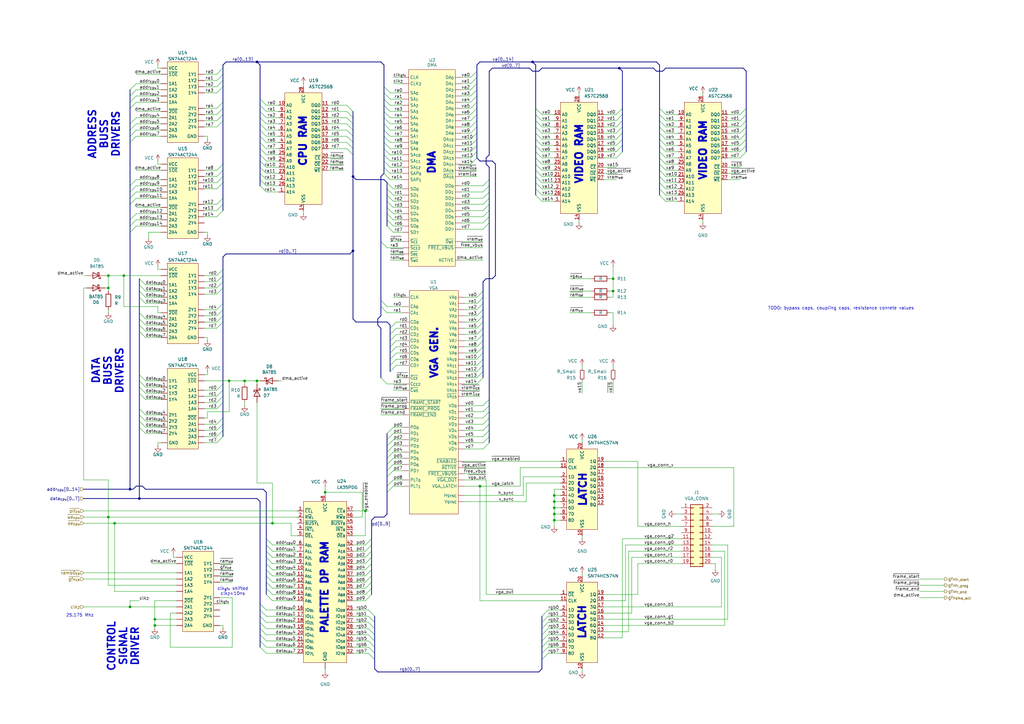
<source format=kicad_sch>
(kicad_sch (version 20231120) (generator "eeschema") (generator_version "8.0")
  (paper "A3")
  (junction (at 251.46 119.38))
  (junction (at 46.99 214.63))
  (junction (at 144.78 72.39))
  (junction (at 44.45 118.11))
  (junction (at 149.86 209.55))
  (junction (at 227.33 213.36))
  (junction (at 111.76 214.63))
  (junction (at 133.35 201.93))
  (junction (at 44.45 113.03))
  (junction (at 251.46 114.3))
  (junction (at 218.44 25.4))
  (junction (at 57.15 204.47))
  (junction (at 63.5 256.54))
  (junction (at 196.85 199.39))
  (junction (at 53.34 248.92))
  (junction (at 105.41 25.4))
  (junction (at 227.33 203.2))
  (junction (at 100.33 156.21))
  (junction (at 93.98 156.21))
  (junction (at 50.8 113.03))
  (junction (at 44.45 212.09))
  (junction (at 144.78 102.87))
  (junction (at 227.33 205.74))
  (junction (at 227.33 208.28))
  (junction (at 63.5 254))
  (junction (at 53.34 200.66))
  (junction (at 105.41 156.21))
  (junction (at 227.33 210.82))
  (junction (at 254 27.94))
  (bus_entry (at 195.58 134.62) (size 2.54 -2.54))
  (bus_entry (at 252.73 62.23) (size 2.54 -2.54))
  (bus_entry (at 193.04 36.83) (size 2.54 -2.54))
  (bus_entry (at 198.12 76.2) (size 2.54 -2.54))
  (bus_entry (at 195.58 157.48) (size 2.54 -2.54))
  (bus_entry (at 195.58 152.4) (size 2.54 -2.54))
  (bus_entry (at 88.9 86.36) (size 2.54 -2.54))
  (bus_entry (at 106.68 50.8) (size 2.54 2.54))
  (bus_entry (at 88.9 77.47) (size 2.54 -2.54))
  (bus_entry (at 270.51 62.23) (size 2.54 2.54))
  (bus_entry (at 109.22 265.43) (size -2.54 -2.54))
  (bus_entry (at 88.9 176.53) (size 2.54 -2.54))
  (bus_entry (at 88.9 162.56) (size 2.54 -2.54))
  (bus_entry (at 193.04 31.75) (size 2.54 -2.54))
  (bus_entry (at 160.02 144.78) (size 2.54 -2.54))
  (bus_entry (at 252.73 46.99) (size 2.54 -2.54))
  (bus_entry (at 193.04 64.77) (size 2.54 -2.54))
  (bus_entry (at 144.78 45.72) (size -2.54 -2.54))
  (bus_entry (at 157.48 71.12) (size 2.54 2.54))
  (bus_entry (at 53.34 39.37) (size 2.54 -2.54))
  (bus_entry (at 270.51 72.39) (size 2.54 2.54))
  (bus_entry (at 270.51 74.93) (size 2.54 2.54))
  (bus_entry (at 224.79 260.35) (size -2.54 2.54))
  (bus_entry (at 53.34 76.2) (size 2.54 -2.54))
  (bus_entry (at 219.71 54.61) (size 2.54 2.54))
  (bus_entry (at 57.15 128.27) (size 2.54 2.54))
  (bus_entry (at 198.12 166.37) (size 2.54 -2.54))
  (bus_entry (at 158.75 74.93) (size 2.54 2.54))
  (bus_entry (at 151.13 250.19) (size 2.54 2.54))
  (bus_entry (at 303.53 49.53) (size 2.54 -2.54))
  (bus_entry (at 158.75 182.88) (size 2.54 -2.54))
  (bus_entry (at 53.34 92.71) (size 2.54 -2.54))
  (bus_entry (at 88.9 88.9) (size 2.54 -2.54))
  (bus_entry (at 57.15 156.21) (size 2.54 2.54))
  (bus_entry (at 144.78 55.88) (size -2.54 -2.54))
  (bus_entry (at 57.15 161.29) (size 2.54 2.54))
  (bus_entry (at 109.22 238.76) (size 2.54 2.54))
  (bus_entry (at 158.75 199.39) (size 2.54 -2.54))
  (bus_entry (at 158.75 185.42) (size 2.54 -2.54))
  (bus_entry (at 106.68 48.26) (size 2.54 2.54))
  (bus_entry (at 219.71 80.01) (size 2.54 2.54))
  (bus_entry (at 219.71 44.45) (size 2.54 2.54))
  (bus_entry (at 53.34 81.28) (size 2.54 -2.54))
  (bus_entry (at 88.9 179.07) (size 2.54 -2.54))
  (bus_entry (at 109.22 231.14) (size 2.54 2.54))
  (bus_entry (at 198.12 78.74) (size 2.54 -2.54))
  (bus_entry (at 158.75 201.93) (size 2.54 -2.54))
  (bus_entry (at 88.9 69.85) (size 2.54 -2.54))
  (bus_entry (at 57.15 130.81) (size 2.54 2.54))
  (bus_entry (at 303.53 59.69) (size 2.54 -2.54))
  (bus_entry (at 88.9 167.64) (size 2.54 -2.54))
  (bus_entry (at 88.9 33.02) (size 2.54 -2.54))
  (bus_entry (at 144.78 63.5) (size -2.54 -2.54))
  (bus_entry (at 195.58 142.24) (size 2.54 -2.54))
  (bus_entry (at 88.9 49.53) (size 2.54 -2.54))
  (bus_entry (at 219.71 67.31) (size 2.54 2.54))
  (bus_entry (at 109.22 220.98) (size 2.54 2.54))
  (bus_entry (at 151.13 265.43) (size 2.54 2.54))
  (bus_entry (at 193.04 44.45) (size 2.54 -2.54))
  (bus_entry (at 151.13 252.73) (size 2.54 2.54))
  (bus_entry (at 109.22 262.89) (size -2.54 -2.54))
  (bus_entry (at 144.78 60.96) (size -2.54 -2.54))
  (bus_entry (at 57.15 167.64) (size 2.54 2.54))
  (bus_entry (at 88.9 30.48) (size 2.54 -2.54))
  (bus_entry (at 198.12 184.15) (size 2.54 -2.54))
  (bus_entry (at 109.22 236.22) (size 2.54 2.54))
  (bus_entry (at 270.51 69.85) (size 2.54 2.54))
  (bus_entry (at 195.58 147.32) (size 2.54 -2.54))
  (bus_entry (at 106.68 40.64) (size 2.54 2.54))
  (bus_entry (at 160.02 142.24) (size 2.54 -2.54))
  (bus_entry (at 106.68 73.66) (size 2.54 2.54))
  (bus_entry (at 156.21 154.94) (size 2.54 2.54))
  (bus_entry (at 193.04 49.53) (size 2.54 -2.54))
  (bus_entry (at 149.86 241.3) (size 2.54 -2.54))
  (bus_entry (at 53.34 41.91) (size 2.54 -2.54))
  (bus_entry (at 193.04 46.99) (size 2.54 -2.54))
  (bus_entry (at 303.53 46.99) (size 2.54 -2.54))
  (bus_entry (at 219.71 77.47) (size 2.54 2.54))
  (bus_entry (at 158.75 193.04) (size 2.54 -2.54))
  (bus_entry (at 252.73 52.07) (size 2.54 -2.54))
  (bus_entry (at 224.79 265.43) (size -2.54 2.54))
  (bus_entry (at 195.58 137.16) (size 2.54 -2.54))
  (bus_entry (at 219.71 49.53) (size 2.54 2.54))
  (bus_entry (at 149.86 231.14) (size 2.54 -2.54))
  (bus_entry (at 53.34 58.42) (size 2.54 -2.54))
  (bus_entry (at 219.71 74.93) (size 2.54 2.54))
  (bus_entry (at 157.48 43.18) (size 2.54 2.54))
  (bus_entry (at 195.58 127) (size 2.54 -2.54))
  (bus_entry (at 158.75 85.09) (size 2.54 2.54))
  (bus_entry (at 303.53 62.23) (size 2.54 -2.54))
  (bus_entry (at 156.21 123.19) (size 2.54 2.54))
  (bus_entry (at 106.68 76.2) (size 2.54 2.54))
  (bus_entry (at 193.04 57.15) (size 2.54 -2.54))
  (bus_entry (at 144.78 53.34) (size -2.54 -2.54))
  (bus_entry (at 57.15 133.35) (size 2.54 2.54))
  (bus_entry (at 157.48 55.88) (size 2.54 2.54))
  (bus_entry (at 149.86 238.76) (size 2.54 -2.54))
  (bus_entry (at 149.86 236.22) (size 2.54 -2.54))
  (bus_entry (at 252.73 64.77) (size 2.54 -2.54))
  (bus_entry (at 219.71 69.85) (size 2.54 2.54))
  (bus_entry (at 219.71 57.15) (size 2.54 2.54))
  (bus_entry (at 157.48 50.8) (size 2.54 2.54))
  (bus_entry (at 157.48 63.5) (size 2.54 2.54))
  (bus_entry (at 88.9 72.39) (size 2.54 -2.54))
  (bus_entry (at 157.48 48.26) (size 2.54 2.54))
  (bus_entry (at 224.79 257.81) (size -2.54 2.54))
  (bus_entry (at 160.02 137.16) (size 2.54 -2.54))
  (bus_entry (at 88.9 52.07) (size 2.54 -2.54))
  (bus_entry (at 109.22 257.81) (size -2.54 -2.54))
  (bus_entry (at 270.51 67.31) (size 2.54 2.54))
  (bus_entry (at 88.9 127) (size 2.54 -2.54))
  (bus_entry (at 224.79 250.19) (size -2.54 2.54))
  (bus_entry (at 109.22 250.19) (size -2.54 -2.54))
  (bus_entry (at 195.58 129.54) (size 2.54 -2.54))
  (bus_entry (at 303.53 52.07) (size 2.54 -2.54))
  (bus_entry (at 109.22 228.6) (size 2.54 2.54))
  (bus_entry (at 88.9 129.54) (size 2.54 -2.54))
  (bus_entry (at 53.34 50.8) (size 2.54 -2.54))
  (bus_entry (at 157.48 40.64) (size 2.54 2.54))
  (bus_entry (at 149.86 228.6) (size 2.54 -2.54))
  (bus_entry (at 270.51 64.77) (size 2.54 2.54))
  (bus_entry (at 88.9 173.99) (size 2.54 -2.54))
  (bus_entry (at 198.12 173.99) (size 2.54 -2.54))
  (bus_entry (at 219.71 46.99) (size 2.54 2.54))
  (bus_entry (at 88.9 165.1) (size 2.54 -2.54))
  (bus_entry (at 157.48 58.42) (size 2.54 2.54))
  (bus_entry (at 160.02 139.7) (size 2.54 -2.54))
  (bus_entry (at 160.02 149.86) (size 2.54 -2.54))
  (bus_entry (at 198.12 83.82) (size 2.54 -2.54))
  (bus_entry (at 106.68 66.04) (size 2.54 2.54))
  (bus_entry (at 270.51 54.61) (size 2.54 2.54))
  (bus_entry (at 57.15 153.67) (size 2.54 2.54))
  (bus_entry (at 156.21 125.73) (size 2.54 2.54))
  (bus_entry (at 57.15 170.18) (size 2.54 2.54))
  (bus_entry (at 270.51 77.47) (size 2.54 2.54))
  (bus_entry (at 109.22 223.52) (size 2.54 2.54))
  (bus_entry (at 106.68 58.42) (size 2.54 2.54))
  (bus_entry (at 109.22 252.73) (size -2.54 -2.54))
  (bus_entry (at 195.58 132.08) (size 2.54 -2.54))
  (bus_entry (at 53.34 36.83) (size 2.54 -2.54))
  (bus_entry (at 158.75 187.96) (size 2.54 -2.54))
  (bus_entry (at 106.68 43.18) (size 2.54 2.54))
  (bus_entry (at 198.12 176.53) (size 2.54 -2.54))
  (bus_entry (at 151.13 257.81) (size 2.54 2.54))
  (bus_entry (at 106.68 55.88) (size 2.54 2.54))
  (bus_entry (at 195.58 149.86) (size 2.54 -2.54))
  (bus_entry (at 149.86 223.52) (size 2.54 -2.54))
  (bus_entry (at 109.22 267.97) (size -2.54 -2.54))
  (bus_entry (at 53.34 83.82) (size 2.54 -2.54))
  (bus_entry (at 193.04 34.29) (size 2.54 -2.54))
  (bus_entry (at 193.04 52.07) (size 2.54 -2.54))
  (bus_entry (at 158.75 177.8) (size 2.54 -2.54))
  (bus_entry (at 160.02 147.32) (size 2.54 -2.54))
  (bus_entry (at 160.02 134.62) (size 2.54 -2.54))
  (bus_entry (at 195.58 139.7) (size 2.54 -2.54))
  (bus_entry (at 157.48 66.04) (size 2.54 2.54))
  (bus_entry (at 198.12 81.28) (size 2.54 -2.54))
  (bus_entry (at 144.78 48.26) (size -2.54 -2.54))
  (bus_entry (at 57.15 135.89) (size 2.54 2.54))
  (bus_entry (at 252.73 54.61) (size 2.54 -2.54))
  (bus_entry (at 151.13 267.97) (size 2.54 2.54))
  (bus_entry (at 158.75 82.55) (size 2.54 2.54))
  (bus_entry (at 149.86 226.06) (size 2.54 -2.54))
  (bus_entry (at 149.86 243.84) (size 2.54 -2.54))
  (bus_entry (at 53.34 53.34) (size 2.54 -2.54))
  (bus_entry (at 252.73 49.53) (size 2.54 -2.54))
  (bus_entry (at 151.13 260.35) (size 2.54 2.54))
  (bus_entry (at 157.48 38.1) (size 2.54 2.54))
  (bus_entry (at 106.68 71.12) (size 2.54 2.54))
  (bus_entry (at 88.9 35.56) (size 2.54 -2.54))
  (bus_entry (at 158.75 90.17) (size 2.54 2.54))
  (bus_entry (at 88.9 44.45) (size 2.54 -2.54))
  (bus_entry (at 88.9 132.08) (size 2.54 -2.54))
  (bus_entry (at 158.75 190.5) (size 2.54 -2.54))
  (bus_entry (at 193.04 54.61) (size 2.54 -2.54))
  (bus_entry (at 57.15 119.38) (size 2.54 2.54))
  (bus_entry (at 53.34 78.74) (size 2.54 -2.54))
  (bus_entry (at 57.15 121.92) (size 2.54 2.54))
  (bus_entry (at 198.12 179.07) (size 2.54 -2.54))
  (bus_entry (at 106.68 68.58) (size 2.54 2.54))
  (bus_entry (at 88.9 115.57) (size 2.54 -2.54))
  (bus_entry (at 57.15 116.84) (size 2.54 2.54))
  (bus_entry (at 157.48 45.72) (size 2.54 2.54))
  (bus_entry (at 57.15 158.75) (size 2.54 2.54))
  (bus_entry (at 88.9 181.61) (size 2.54 -2.54))
  (bus_entry (at 151.13 262.89) (size 2.54 2.54))
  (bus_entry (at 198.12 181.61) (size 2.54 -2.54))
  (bus_entry (at 109.22 260.35) (size -2.54 -2.54))
  (bus_entry (at 88.9 118.11) (size 2.54 -2.54))
  (bus_entry (at 195.58 121.92) (size 2.54 -2.54))
  (bus_entry (at 198.12 168.91) (size 2.54 -2.54))
  (bus_entry (at 157.48 60.96) (size 2.54 2.54))
  (bus_entry (at 195.58 144.78) (size 2.54 -2.54))
  (bus_entry (at 219.71 59.69) (size 2.54 2.54))
  (bus_entry (at 157.48 35.56) (size 2.54 2.54))
  (bus_entry (at 270.51 46.99) (size 2.54 2.54))
  (bus_entry (at 109.22 243.84) (size 2.54 2.54))
  (bus_entry (at 270.51 59.69) (size 2.54 2.54))
  (bus_entry (at 106.68 45.72) (size 2.54 2.54))
  (bus_entry (at 109.22 233.68) (size 2.54 2.54))
  (bus_entry (at 303.53 54.61) (size 2.54 -2.54))
  (bus_entry (at 193.04 41.91) (size 2.54 -2.54))
  (bus_entry (at 198.12 171.45) (size 2.54 -2.54))
  (bus_entry (at 149.86 246.38) (size 2.54 -2.54))
  (bus_entry (at 88.9 46.99) (size 2.54 -2.54))
  (bus_entry (at 195.58 154.94) (size 2.54 -2.54))
  (bus_entry (at 158.75 77.47) (size 2.54 2.54))
  (bus_entry (at 158.75 92.71) (size 2.54 2.54))
  (bus_entry (at 198.12 88.9) (size 2.54 -2.54))
  (bus_entry (at 109.22 241.3) (size 2.54 2.54))
  (bus_entry (at 158.75 80.01) (size 2.54 2.54))
  (bus_entry (at 270.51 57.15) (size 2.54 2.54))
  (bus_entry (at 88.9 134.62) (size 2.54 -2.54))
  (bus_entry (at 88.9 74.93) (size 2.54 -2.54))
  (bus_entry (at 88.9 83.82) (size 2.54 -2.54))
  (bus_entry (at 157.48 68.58) (size 2.54 2.54))
  (bus_entry (at 158.75 195.58) (size 2.54 -2.54))
  (bus_entry (at 160.02 152.4) (size 2.54 -2.54))
  (bus_entry (at 158.75 180.34) (size 2.54 -2.54))
  (bus_entry (at 193.04 67.31) (size 2.54 -2.54))
  (bus_entry (at 219.71 52.07) (size 2.54 2.54))
  (bus_entry (at 57.15 172.72) (size 2.54 2.54))
  (bus_entry (at 270.51 44.45) (size 2.54 2.54))
  (bus_entry (at 151.13 255.27) (size 2.54 2.54))
  (bus_entry (at 106.68 60.96) (size 2.54 2.54))
  (bus_entry (at 88.9 120.65) (size 2.54 -2.54))
  (bus_entry (at 198.12 91.44) (size 2.54 -2.54))
  (bus_entry (at 219.71 64.77) (size 2.54 2.54))
  (bus_entry (at 224.79 255.27) (size -2.54 2.54))
  (bus_entry (at 149.86 233.68) (size 2.54 -2.54))
  (bus_entry (at 109.22 255.27) (size -2.54 -2.54))
  (bus_entry (at 195.58 124.46) (size 2.54 -2.54))
  (bus_entry (at 224.79 267.97) (size -2.54 2.54))
  (bus_entry (at 252.73 57.15) (size 2.54 -2.54))
  (bus_entry (at 53.34 55.88) (size 2.54 -2.54))
  (bus_entry (at 53.34 90.17) (size 2.54 -2.54))
  (bus_entry (at 109.22 226.06) (size 2.54 2.54))
  (bus_entry (at 144.78 58.42) (size -2.54 -2.54))
  (bus_entry (at 219.71 72.39) (size 2.54 2.54))
  (bus_entry (at 53.34 44.45) (size 2.54 -2.54))
  (bus_entry (at 270.51 52.07) (size 2.54 2.54))
  (bus_entry (at 144.78 50.8) (size -2.54 -2.54))
  (bus_entry (at 88.9 113.03) (size 2.54 -2.54))
  (bus_entry (at 303.53 64.77) (size 2.54 -2.54))
  (bus_entry (at 224.79 262.89) (size -2.54 2.54))
  (bus_entry (at 57.15 175.26) (size 2.54 2.54))
  (bus_entry (at 270.51 49.53) (size 2.54 2.54))
  (bus_entry (at 219.71 62.23) (size 2.54 2.54))
  (bus_entry (at 193.04 39.37) (size 2.54 -2.54))
  (bus_entry (at 270.51 80.01) (size 2.54 2.54))
  (bus_entry (at 106.68 53.34) (size 2.54 2.54))
  (bus_entry (at 157.48 53.34) (size 2.54 2.54))
  (bus_entry (at 193.04 62.23) (size 2.54 -2.54))
  (bus_entry (at 198.12 86.36) (size 2.54 -2.54))
  (bus_entry (at 53.34 95.25) (size 2.54 -2.54))
  (bus_entry (at 106.68 63.5) (size 2.54 2.54))
  (bus_entry (at 252.73 59.69) (size 2.54 -2.54))
  (bus_entry (at 303.53 57.15) (size 2.54 -2.54))
  (bus_entry (at 88.9 160.02) (size 2.54 -2.54))
  (bus_entry (at 156.21 99.06) (size 2.54 2.54))
  (bus_entry (at 193.04 59.69) (size 2.54 -2.54))
  (bus_entry (at 57.15 114.3) (size 2.54 2.54))
  (bus_entry (at 88.9 38.1) (size 2.54 -2.54))
  (bus_entry (at 224.79 252.73) (size -2.54 2.54))
  (bus_entry (at 198.12 93.98) (size 2.54 -2.54))
  (bus_entry (at 158.75 87.63) (size 2.54 2.54))
  (wire (pts (xy 134.62 58.42) (xy 142.24 58.42)))
  (wire (pts (xy 259.08 251.46) (xy 259.08 228.6)))
  (wire (pts (xy 53.34 246.38) (xy 57.15 246.38)))
  (bus (pts (xy 91.44 72.39) (xy 91.44 74.93)))
  (wire (pts (xy 196.85 246.38) (xy 229.87 246.38)))
  (wire (pts (xy 189.23 36.83) (xy 193.04 36.83)))
  (wire (pts (xy 196.85 246.38) (xy 196.85 199.39)))
  (bus (pts (xy 156.21 99.06) (xy 156.21 123.19)))
  (wire (pts (xy 161.29 92.71) (xy 165.1 92.71)))
  (bus (pts (xy 306.07 54.61) (xy 306.07 57.15)))
  (wire (pts (xy 222.25 52.07) (xy 227.33 52.07)))
  (wire (pts (xy 109.22 50.8) (xy 114.3 50.8)))
  (bus (pts (xy 91.44 67.31) (xy 91.44 69.85)))
  (wire (pts (xy 43.18 118.11) (xy 44.45 118.11)))
  (bus (pts (xy 199.39 114.3) (xy 201.93 114.3)))
  (bus (pts (xy 195.58 41.91) (xy 195.58 44.45)))
  (wire (pts (xy 88.9 77.47) (xy 83.82 77.47)))
  (bus (pts (xy 200.66 76.2) (xy 200.66 78.74)))
  (bus (pts (xy 195.58 52.07) (xy 195.58 54.61)))
  (bus (pts (xy 106.68 66.04) (xy 106.68 68.58)))
  (wire (pts (xy 295.91 228.6) (xy 292.1 228.6)))
  (bus (pts (xy 106.68 50.8) (xy 106.68 53.34)))
  (wire (pts (xy 144.78 246.38) (xy 149.86 246.38)))
  (bus (pts (xy 158.75 193.04) (xy 158.75 195.58)))
  (bus (pts (xy 222.25 265.43) (xy 222.25 267.97)))
  (bus (pts (xy 91.44 46.99) (xy 91.44 49.53)))
  (wire (pts (xy 189.23 99.06) (xy 198.12 99.06)))
  (wire (pts (xy 273.05 64.77) (xy 278.13 64.77)))
  (bus (pts (xy 109.22 241.3) (xy 109.22 238.76)))
  (bus (pts (xy 219.71 72.39) (xy 219.71 74.93)))
  (wire (pts (xy 119.38 219.71) (xy 121.92 219.71)))
  (wire (pts (xy 55.88 78.74) (xy 66.04 78.74)))
  (wire (pts (xy 190.5 179.07) (xy 198.12 179.07)))
  (bus (pts (xy 91.44 26.67) (xy 92.71 25.4)))
  (wire (pts (xy 88.9 69.85) (xy 83.82 69.85)))
  (wire (pts (xy 88.9 120.65) (xy 83.82 120.65)))
  (bus (pts (xy 198.12 132.08) (xy 198.12 129.54)))
  (wire (pts (xy 88.9 74.93) (xy 83.82 74.93)))
  (bus (pts (xy 157.48 35.56) (xy 157.48 38.1)))
  (wire (pts (xy 162.56 137.16) (xy 165.1 137.16)))
  (bus (pts (xy 217.17 27.94) (xy 218.44 29.21)))
  (wire (pts (xy 190.5 142.24) (xy 195.58 142.24)))
  (bus (pts (xy 255.27 46.99) (xy 255.27 49.53)))
  (wire (pts (xy 44.45 240.03) (xy 72.39 240.03)))
  (wire (pts (xy 189.23 41.91) (xy 193.04 41.91)))
  (wire (pts (xy 34.29 118.11) (xy 35.56 118.11)))
  (wire (pts (xy 144.78 212.09) (xy 148.59 212.09)))
  (wire (pts (xy 298.45 52.07) (xy 303.53 52.07)))
  (bus (pts (xy 270.51 49.53) (xy 270.51 46.99)))
  (bus (pts (xy 144.78 102.87) (xy 143.51 104.14)))
  (wire (pts (xy 190.5 137.16) (xy 195.58 137.16)))
  (wire (pts (xy 256.54 223.52) (xy 256.54 246.38)))
  (bus (pts (xy 91.44 105.41) (xy 91.44 110.49)))
  (wire (pts (xy 55.88 53.34) (xy 66.04 53.34)))
  (wire (pts (xy 133.35 201.93) (xy 133.35 203.2)))
  (wire (pts (xy 298.45 64.77) (xy 303.53 64.77)))
  (wire (pts (xy 165.1 175.26) (xy 161.29 175.26)))
  (wire (pts (xy 90.17 233.68) (xy 95.25 233.68)))
  (wire (pts (xy 111.76 236.22) (xy 121.92 236.22)))
  (bus (pts (xy 91.44 157.48) (xy 91.44 160.02)))
  (wire (pts (xy 59.69 175.26) (xy 66.04 175.26)))
  (bus (pts (xy 160.02 142.24) (xy 160.02 139.7)))
  (wire (pts (xy 55.88 50.8) (xy 66.04 50.8)))
  (bus (pts (xy 144.78 130.81) (xy 146.05 132.08)))
  (bus (pts (xy 195.58 34.29) (xy 195.58 36.83)))
  (bus (pts (xy 195.58 64.77) (xy 196.85 66.04)))
  (wire (pts (xy 233.68 128.27) (xy 242.57 128.27)))
  (bus (pts (xy 156.21 129.54) (xy 154.94 130.81)))
  (bus (pts (xy 158.75 74.93) (xy 157.48 73.66)))
  (bus (pts (xy 106.68 260.35) (xy 106.68 262.89)))
  (wire (pts (xy 222.25 49.53) (xy 227.33 49.53)))
  (wire (pts (xy 160.02 55.88) (xy 165.1 55.88)))
  (bus (pts (xy 270.51 64.77) (xy 270.51 67.31)))
  (wire (pts (xy 55.88 76.2) (xy 66.04 76.2)))
  (bus (pts (xy 91.44 35.56) (xy 91.44 41.91)))
  (bus (pts (xy 153.67 260.35) (xy 153.67 262.89)))
  (wire (pts (xy 88.9 115.57) (xy 83.82 115.57)))
  (wire (pts (xy 160.02 63.5) (xy 165.1 63.5)))
  (wire (pts (xy 134.62 45.72) (xy 142.24 45.72)))
  (wire (pts (xy 134.62 67.31) (xy 140.97 67.31)))
  (wire (pts (xy 288.29 90.17) (xy 288.29 91.44)))
  (wire (pts (xy 109.22 257.81) (xy 121.92 257.81)))
  (wire (pts (xy 55.88 92.71) (xy 66.04 92.71)))
  (wire (pts (xy 134.62 50.8) (xy 142.24 50.8)))
  (bus (pts (xy 200.66 171.45) (xy 200.66 173.99)))
  (wire (pts (xy 59.69 133.35) (xy 66.04 133.35)))
  (wire (pts (xy 44.45 196.85) (xy 44.45 212.09)))
  (bus (pts (xy 152.4 238.76) (xy 152.4 241.3)))
  (bus (pts (xy 157.48 63.5) (xy 157.48 66.04)))
  (bus (pts (xy 196.85 66.04) (xy 201.93 66.04)))
  (wire (pts (xy 88.9 38.1) (xy 83.82 38.1)))
  (wire (pts (xy 64.77 66.04) (xy 64.77 67.31)))
  (wire (pts (xy 247.65 49.53) (xy 252.73 49.53)))
  (wire (pts (xy 190.5 203.2) (xy 214.63 203.2)))
  (wire (pts (xy 64.77 181.61) (xy 64.77 182.88)))
  (wire (pts (xy 189.23 52.07) (xy 193.04 52.07)))
  (wire (pts (xy 273.05 62.23) (xy 278.13 62.23)))
  (wire (pts (xy 298.45 71.12) (xy 303.53 71.12)))
  (bus (pts (xy 106.68 257.81) (xy 106.68 260.35)))
  (wire (pts (xy 300.99 191.77) (xy 247.65 191.77)))
  (bus (pts (xy 157.48 48.26) (xy 157.48 50.8)))
  (bus (pts (xy 198.12 121.92) (xy 198.12 119.38)))
  (bus (pts (xy 195.58 29.21) (xy 195.58 31.75)))
  (bus (pts (xy 91.44 173.99) (xy 91.44 176.53)))
  (wire (pts (xy 111.76 231.14) (xy 121.92 231.14)))
  (wire (pts (xy 55.88 73.66) (xy 66.04 73.66)))
  (wire (pts (xy 64.77 26.67) (xy 64.77 27.94)))
  (wire (pts (xy 69.85 265.43) (xy 95.25 265.43)))
  (bus (pts (xy 222.25 27.94) (xy 254 27.94)))
  (wire (pts (xy 88.9 129.54) (xy 83.82 129.54)))
  (wire (pts (xy 59.69 161.29) (xy 66.04 161.29)))
  (wire (pts (xy 88.9 173.99) (xy 83.82 173.99)))
  (wire (pts (xy 190.5 176.53) (xy 198.12 176.53)))
  (bus (pts (xy 144.78 53.34) (xy 144.78 55.88)))
  (wire (pts (xy 60.96 95.25) (xy 66.04 95.25)))
  (wire (pts (xy 165.1 185.42) (xy 161.29 185.42)))
  (bus (pts (xy 200.66 29.21) (xy 201.93 27.94)))
  (wire (pts (xy 297.18 256.54) (xy 297.18 226.06)))
  (bus (pts (xy 105.41 25.4) (xy 106.68 26.67)))
  (bus (pts (xy 198.12 154.94) (xy 198.12 152.4)))
  (bus (pts (xy 304.8 27.94) (xy 306.07 29.21)))
  (bus (pts (xy 158.75 132.08) (xy 160.02 133.35)))
  (wire (pts (xy 88.9 134.62) (xy 83.82 134.62)))
  (wire (pts (xy 69.85 251.46) (xy 69.85 265.43)))
  (wire (pts (xy 189.23 93.98) (xy 198.12 93.98)))
  (bus (pts (xy 198.12 147.32) (xy 198.12 144.78)))
  (wire (pts (xy 144.78 238.76) (xy 149.86 238.76)))
  (wire (pts (xy 35.56 113.03) (xy 34.29 113.03)))
  (wire (pts (xy 59.69 138.43) (xy 66.04 138.43)))
  (bus (pts (xy 306.07 46.99) (xy 306.07 49.53)))
  (wire (pts (xy 222.25 62.23) (xy 227.33 62.23)))
  (wire (pts (xy 190.5 191.77) (xy 199.39 191.77)))
  (wire (pts (xy 189.23 69.85) (xy 195.58 69.85)))
  (wire (pts (xy 273.05 49.53) (xy 278.13 49.53)))
  (bus (pts (xy 201.93 27.94) (xy 217.17 27.94)))
  (wire (pts (xy 90.17 236.22) (xy 95.25 236.22)))
  (bus (pts (xy 198.12 139.7) (xy 198.12 137.16)))
  (bus (pts (xy 200.66 73.66) (xy 200.66 68.58)))
  (bus (pts (xy 200.66 83.82) (xy 200.66 86.36)))
  (bus (pts (xy 57.15 128.27) (xy 57.15 130.81)))
  (wire (pts (xy 59.69 116.84) (xy 66.04 116.84)))
  (bus (pts (xy 158.75 185.42) (xy 158.75 187.96)))
  (wire (pts (xy 111.76 241.3) (xy 121.92 241.3)))
  (wire (pts (xy 165.1 196.85) (xy 161.29 196.85)))
  (bus (pts (xy 200.66 166.37) (xy 200.66 168.91)))
  (wire (pts (xy 247.65 57.15) (xy 252.73 57.15)))
  (wire (pts (xy 165.1 187.96) (xy 161.29 187.96)))
  (wire (pts (xy 238.76 274.32) (xy 238.76 275.59)))
  (wire (pts (xy 162.56 144.78) (xy 165.1 144.78)))
  (wire (pts (xy 50.8 113.03) (xy 50.8 125.73)))
  (bus (pts (xy 158.75 210.82) (xy 158.75 201.93)))
  (wire (pts (xy 273.05 46.99) (xy 278.13 46.99)))
  (wire (pts (xy 148.59 201.93) (xy 133.35 201.93)))
  (bus (pts (xy 34.29 204.47) (xy 57.15 204.47)))
  (wire (pts (xy 109.22 265.43) (xy 121.92 265.43)))
  (wire (pts (xy 224.79 267.97) (xy 229.87 267.97)))
  (bus (pts (xy 58.42 199.39) (xy 59.69 200.66)))
  (wire (pts (xy 133.35 199.39) (xy 133.35 201.93)))
  (wire (pts (xy 64.77 109.22) (xy 64.77 110.49)))
  (wire (pts (xy 88.9 167.64) (xy 83.82 167.64)))
  (bus (pts (xy 306.07 52.07) (xy 306.07 54.61)))
  (wire (pts (xy 229.87 200.66) (xy 227.33 200.66)))
  (bus (pts (xy 198.12 124.46) (xy 198.12 121.92)))
  (bus (pts (xy 91.44 105.41) (xy 92.71 104.14)))
  (bus (pts (xy 306.07 44.45) (xy 306.07 46.99)))
  (bus (pts (xy 158.75 187.96) (xy 158.75 190.5)))
  (bus (pts (xy 106.68 53.34) (xy 106.68 55.88)))
  (bus (pts (xy 152.4 226.06) (xy 152.4 228.6)))
  (wire (pts (xy 88.9 49.53) (xy 83.82 49.53)))
  (bus (pts (xy 219.71 59.69) (xy 219.71 62.23)))
  (wire (pts (xy 257.81 259.08) (xy 257.81 226.06)))
  (wire (pts (xy 227.33 205.74) (xy 229.87 205.74)))
  (wire (pts (xy 160.02 53.34) (xy 165.1 53.34)))
  (bus (pts (xy 270.51 69.85) (xy 270.51 72.39)))
  (bus (pts (xy 219.71 67.31) (xy 219.71 69.85)))
  (wire (pts (xy 222.25 57.15) (xy 227.33 57.15)))
  (bus (pts (xy 106.68 45.72) (xy 106.68 48.26)))
  (bus (pts (xy 144.78 60.96) (xy 144.78 63.5)))
  (wire (pts (xy 83.82 176.53) (xy 88.9 176.53)))
  (wire (pts (xy 55.88 41.91) (xy 66.04 41.91)))
  (wire (pts (xy 190.5 196.85) (xy 199.39 196.85)))
  (wire (pts (xy 144.78 260.35) (xy 151.13 260.35)))
  (wire (pts (xy 66.04 181.61) (xy 64.77 181.61)))
  (bus (pts (xy 157.48 53.34) (xy 157.48 55.88)))
  (wire (pts (xy 160.02 68.58) (xy 165.1 68.58)))
  (wire (pts (xy 247.65 248.92) (xy 295.91 248.92)))
  (bus (pts (xy 55.88 199.39) (xy 58.42 199.39)))
  (bus (pts (xy 306.07 59.69) (xy 306.07 62.23)))
  (wire (pts (xy 149.86 209.55) (xy 151.13 209.55)))
  (wire (pts (xy 59.69 124.46) (xy 66.04 124.46)))
  (wire (pts (xy 95.25 265.43) (xy 95.25 245.11)))
  (bus (pts (xy 57.15 161.29) (xy 57.15 167.64)))
  (bus (pts (xy 106.68 26.67) (xy 106.68 40.64)))
  (bus (pts (xy 200.66 176.53) (xy 200.66 179.07)))
  (wire (pts (xy 161.29 77.47) (xy 165.1 77.47)))
  (wire (pts (xy 189.23 86.36) (xy 198.12 86.36)))
  (wire (pts (xy 156.21 170.18) (xy 165.1 170.18)))
  (bus (pts (xy 91.44 30.48) (xy 91.44 33.02)))
  (wire (pts (xy 273.05 54.61) (xy 278.13 54.61)))
  (bus (pts (xy 53.34 36.83) (xy 53.34 39.37)))
  (bus (pts (xy 109.22 223.52) (xy 109.22 220.98)))
  (wire (pts (xy 189.23 83.82) (xy 198.12 83.82)))
  (bus (pts (xy 219.71 49.53) (xy 219.71 52.07)))
  (bus (pts (xy 160.02 137.16) (xy 160.02 134.62)))
  (wire (pts (xy 279.4 215.9) (xy 261.62 215.9)))
  (wire (pts (xy 88.9 179.07) (xy 83.82 179.07)))
  (wire (pts (xy 72.39 251.46) (xy 69.85 251.46)))
  (wire (pts (xy 250.19 114.3) (xy 251.46 114.3)))
  (bus (pts (xy 158.75 190.5) (xy 158.75 193.04)))
  (wire (pts (xy 387.35 237.49) (xy 377.19 237.49)))
  (wire (pts (xy 85.09 168.91) (xy 85.09 171.45)))
  (wire (pts (xy 88.9 83.82) (xy 83.82 83.82)))
  (wire (pts (xy 109.22 71.12) (xy 114.3 71.12)))
  (wire (pts (xy 233.68 121.92) (xy 242.57 121.92)))
  (bus (pts (xy 109.22 226.06) (xy 109.22 223.52)))
  (wire (pts (xy 64.77 27.94) (xy 66.04 27.94)))
  (wire (pts (xy 111.76 223.52) (xy 121.92 223.52)))
  (bus (pts (xy 158.75 80.01) (xy 158.75 82.55)))
  (wire (pts (xy 59.69 172.72) (xy 66.04 172.72)))
  (wire (pts (xy 247.65 256.54) (xy 297.18 256.54)))
  (wire (pts (xy 160.02 106.68) (xy 165.1 106.68)))
  (wire (pts (xy 83.82 95.25) (xy 85.09 95.25)))
  (bus (pts (xy 105.41 25.4) (xy 156.21 25.4)))
  (bus (pts (xy 53.34 81.28) (xy 53.34 83.82)))
  (bus (pts (xy 152.4 213.36) (xy 153.67 212.09)))
  (wire (pts (xy 199.39 243.84) (xy 229.87 243.84)))
  (wire (pts (xy 59.69 170.18) (xy 66.04 170.18)))
  (bus (pts (xy 144.78 45.72) (xy 144.78 48.26)))
  (bus (pts (xy 153.67 257.81) (xy 153.67 260.35)))
  (wire (pts (xy 109.22 45.72) (xy 114.3 45.72)))
  (wire (pts (xy 190.5 134.62) (xy 195.58 134.62)))
  (bus (pts (xy 91.44 162.56) (xy 91.44 165.1)))
  (bus (pts (xy 53.34 83.82) (xy 53.34 90.17)))
  (bus (pts (xy 57.15 135.89) (xy 57.15 153.67)))
  (bus (pts (xy 157.48 68.58) (xy 157.48 71.12)))
  (bus (pts (xy 91.44 81.28) (xy 91.44 83.82)))
  (wire (pts (xy 190.5 121.92) (xy 195.58 121.92)))
  (bus (pts (xy 157.48 73.66) (xy 146.05 73.66)))
  (bus (pts (xy 255.27 52.07) (xy 255.27 54.61)))
  (bus (pts (xy 222.25 255.27) (xy 222.25 257.81)))
  (wire (pts (xy 273.05 67.31) (xy 278.13 67.31)))
  (bus (pts (xy 255.27 49.53) (xy 255.27 52.07)))
  (wire (pts (xy 189.23 54.61) (xy 193.04 54.61)))
  (bus (pts (xy 106.68 40.64) (xy 106.68 43.18)))
  (wire (pts (xy 222.25 72.39) (xy 227.33 72.39)))
  (bus (pts (xy 156.21 72.39) (xy 157.48 71.12)))
  (bus (pts (xy 158.75 195.58) (xy 158.75 199.39)))
  (wire (pts (xy 88.9 72.39) (xy 83.82 72.39)))
  (bus (pts (xy 270.51 54.61) (xy 270.51 57.15)))
  (bus (pts (xy 158.75 82.55) (xy 158.75 85.09)))
  (bus (pts (xy 109.22 201.93) (xy 107.95 200.66)))
  (wire (pts (xy 161.29 80.01) (xy 165.1 80.01)))
  (wire (pts (xy 111.76 233.68) (xy 121.92 233.68)))
  (bus (pts (xy 91.44 41.91) (xy 91.44 44.45)))
  (bus (pts (xy 157.48 212.09) (xy 158.75 210.82)))
  (wire (pts (xy 161.29 160.02) (xy 165.1 160.02)))
  (bus (pts (xy 57.15 133.35) (xy 57.15 135.89)))
  (wire (pts (xy 158.75 128.27) (xy 165.1 128.27)))
  (bus (pts (xy 306.07 29.21) (xy 306.07 44.45)))
  (bus (pts (xy 144.78 130.81) (xy 144.78 102.87)))
  (wire (pts (xy 190.5 184.15) (xy 198.12 184.15)))
  (bus (pts (xy 200.66 86.36) (xy 200.66 88.9)))
  (wire (pts (xy 293.37 231.14) (xy 292.1 231.14)))
  (bus (pts (xy 195.58 44.45) (xy 195.58 46.99)))
  (bus (pts (xy 270.51 46.99) (xy 270.51 44.45)))
  (wire (pts (xy 189.23 46.99) (xy 193.04 46.99)))
  (bus (pts (xy 199.39 114.3) (xy 198.12 115.57)))
  (wire (pts (xy 160.02 71.12) (xy 165.1 71.12)))
  (wire (pts (xy 88.9 52.07) (xy 83.82 52.07)))
  (bus (pts (xy 222.25 267.97) (xy 222.25 270.51)))
  (bus (pts (xy 91.44 176.53) (xy 91.44 179.07)))
  (bus (pts (xy 34.29 200.66) (xy 53.34 200.66)))
  (wire (pts (xy 196.85 199.39) (xy 213.36 199.39)))
  (wire (pts (xy 227.33 203.2) (xy 227.33 205.74)))
  (bus (pts (xy 106.68 63.5) (xy 106.68 66.04)))
  (wire (pts (xy 105.41 165.1) (xy 105.41 198.12)))
  (wire (pts (xy 46.99 214.63) (xy 111.76 214.63)))
  (wire (pts (xy 247.65 68.58) (xy 252.73 68.58)))
  (bus (pts (xy 219.71 54.61) (xy 219.71 57.15)))
  (wire (pts (xy 88.9 162.56) (xy 83.82 162.56)))
  (bus (pts (xy 106.68 250.19) (xy 106.68 252.73)))
  (wire (pts (xy 162.56 147.32) (xy 165.1 147.32)))
  (bus (pts (xy 144.78 63.5) (xy 144.78 72.39)))
  (bus (pts (xy 91.44 110.49) (xy 91.44 113.03)))
  (wire (pts (xy 158.75 157.48) (xy 165.1 157.48)))
  (wire (pts (xy 214.63 203.2) (xy 214.63 195.58)))
  (wire (pts (xy 109.22 76.2) (xy 114.3 76.2)))
  (wire (pts (xy 134.62 64.77) (xy 140.97 64.77)))
  (bus (pts (xy 157.48 26.67) (xy 157.48 35.56)))
  (bus (pts (xy 144.78 55.88) (xy 144.78 58.42)))
  (bus (pts (xy 153.67 252.73) (xy 153.67 255.27)))
  (bus (pts (xy 158.75 74.93) (xy 158.75 77.47)))
  (bus (pts (xy 57.15 170.18) (xy 57.15 172.72)))
  (bus (pts (xy 195.58 26.67) (xy 196.85 25.4)))
  (wire (pts (xy 161.29 121.92) (xy 165.1 121.92)))
  (bus (pts (xy 53.34 50.8) (xy 53.34 53.34)))
  (bus (pts (xy 109.22 201.93) (xy 109.22 220.98)))
  (bus (pts (xy 198.12 144.78) (xy 198.12 142.24)))
  (bus (pts (xy 198.12 137.16) (xy 198.12 134.62)))
  (wire (pts (xy 144.78 255.27) (xy 151.13 255.27)))
  (wire (pts (xy 298.45 68.58) (xy 303.53 68.58)))
  (wire (pts (xy 144.78 236.22) (xy 149.86 236.22)))
  (wire (pts (xy 190.5 152.4) (xy 195.58 152.4)))
  (wire (pts (xy 298.45 223.52) (xy 292.1 223.52)))
  (bus (pts (xy 198.12 129.54) (xy 198.12 127)))
  (bus (pts (xy 267.97 27.94) (xy 269.24 29.21)))
  (wire (pts (xy 190.5 127) (xy 195.58 127)))
  (wire (pts (xy 55.88 90.17) (xy 66.04 90.17)))
  (wire (pts (xy 189.23 44.45) (xy 193.04 44.45)))
  (wire (pts (xy 59.69 119.38) (xy 66.04 119.38)))
  (bus (pts (xy 106.68 71.12) (xy 106.68 73.66)))
  (bus (pts (xy 91.44 160.02) (xy 91.44 162.56)))
  (bus (pts (xy 91.44 27.94) (xy 91.44 26.67)))
  (wire (pts (xy 233.68 119.38) (xy 242.57 119.38)))
  (bus (pts (xy 157.48 38.1) (xy 157.48 40.64)))
  (wire (pts (xy 43.18 113.03) (xy 44.45 113.03)))
  (bus (pts (xy 198.12 149.86) (xy 198.12 147.32)))
  (wire (pts (xy 213.36 199.39) (xy 213.36 191.77)))
  (wire (pts (xy 190.5 171.45) (xy 198.12 171.45)))
  (bus (pts (xy 198.12 134.62) (xy 198.12 132.08)))
  (wire (pts (xy 44.45 212.09) (xy 121.92 212.09)))
  (wire (pts (xy 63.5 257.81) (xy 63.5 256.54)))
  (wire (pts (xy 34.29 212.09) (xy 44.45 212.09)))
  (wire (pts (xy 261.62 243.84) (xy 261.62 231.14)))
  (wire (pts (xy 85.09 55.88) (xy 85.09 57.15)))
  (wire (pts (xy 111.76 228.6) (xy 121.92 228.6)))
  (bus (pts (xy 222.25 274.32) (xy 220.98 275.59)))
  (bus (pts (xy 218.44 25.4) (xy 269.24 25.4)))
  (wire (pts (xy 144.78 257.81) (xy 151.13 257.81)))
  (wire (pts (xy 222.25 59.69) (xy 227.33 59.69)))
  (bus (pts (xy 156.21 72.39) (xy 156.21 99.06)))
  (bus (pts (xy 222.25 252.73) (xy 222.25 255.27)))
  (wire (pts (xy 189.23 88.9) (xy 198.12 88.9)))
  (bus (pts (xy 158.75 199.39) (xy 158.75 201.93)))
  (wire (pts (xy 247.65 254) (xy 298.45 254)))
  (wire (pts (xy 85.09 168.91) (xy 93.98 168.91)))
  (wire (pts (xy 100.33 156.21) (xy 100.33 157.48)))
  (wire (pts (xy 34.29 209.55) (xy 121.92 209.55)))
  (bus (pts (xy 91.44 113.03) (xy 91.44 115.57)))
  (wire (pts (xy 144.78 243.84) (xy 149.86 243.84)))
  (wire (pts (xy 91.44 256.54) (xy 91.44 257.81)))
  (wire (pts (xy 144.78 223.52) (xy 149.86 223.52)))
  (bus (pts (xy 157.48 43.18) (xy 157.48 45.72)))
  (wire (pts (xy 160.02 58.42) (xy 165.1 58.42)))
  (wire (pts (xy 189.23 72.39) (xy 195.58 72.39)))
  (wire (pts (xy 162.56 134.62) (xy 165.1 134.62)))
  (wire (pts (xy 292.1 210.82) (xy 294.64 210.82)))
  (wire (pts (xy 55.88 87.63) (xy 66.04 87.63)))
  (wire (pts (xy 227.33 210.82) (xy 229.87 210.82)))
  (wire (pts (xy 161.29 85.09) (xy 165.1 85.09)))
  (wire (pts (xy 63.5 256.54) (xy 72.39 256.54)))
  (wire (pts (xy 233.68 114.3) (xy 242.57 114.3)))
  (wire (pts (xy 105.41 198.12) (xy 111.76 198.12)))
  (wire (pts (xy 247.65 73.66) (xy 252.73 73.66)))
  (wire (pts (xy 59.69 163.83) (xy 66.04 163.83)))
  (wire (pts (xy 160.02 99.06) (xy 165.1 99.06)))
  (bus (pts (xy 158.75 85.09) (xy 158.75 87.63)))
  (wire (pts (xy 273.05 69.85) (xy 278.13 69.85)))
  (bus (pts (xy 91.44 115.57) (xy 91.44 118.11)))
  (wire (pts (xy 144.78 228.6) (xy 149.86 228.6)))
  (wire (pts (xy 251.46 119.38) (xy 251.46 121.92)))
  (wire (pts (xy 189.23 81.28) (xy 198.12 81.28)))
  (wire (pts (xy 55.88 30.48) (xy 66.04 30.48)))
  (wire (pts (xy 238.76 180.34) (xy 238.76 181.61)))
  (wire (pts (xy 60.96 95.25) (xy 60.96 97.79)))
  (bus (pts (xy 106.68 262.89) (xy 106.68 265.43)))
  (wire (pts (xy 85.09 171.45) (xy 83.82 171.45)))
  (bus (pts (xy 219.71 46.99) (xy 219.71 49.53)))
  (wire (pts (xy 134.62 69.85) (xy 140.97 69.85)))
  (wire (pts (xy 144.78 233.68) (xy 149.86 233.68)))
  (wire (pts (xy 95.25 245.11) (xy 90.17 245.11)))
  (wire (pts (xy 238.76 156.21) (xy 238.76 161.29)))
  (bus (pts (xy 222.25 260.35) (xy 222.25 262.89)))
  (bus (pts (xy 53.34 39.37) (xy 53.34 41.91)))
  (wire (pts (xy 83.82 138.43) (xy 85.09 138.43)))
  (bus (pts (xy 152.4 236.22) (xy 152.4 238.76)))
  (wire (pts (xy 247.65 243.84) (xy 261.62 243.84)))
  (bus (pts (xy 91.44 49.53) (xy 91.44 67.31)))
  (wire (pts (xy 144.78 262.89) (xy 151.13 262.89)))
  (wire (pts (xy 238.76 219.71) (xy 238.76 220.98)))
  (bus (pts (xy 91.44 129.54) (xy 91.44 132.08)))
  (bus (pts (xy 270.51 67.31) (xy 270.51 69.85)))
  (wire (pts (xy 215.9 205.74) (xy 215.9 198.12)))
  (bus (pts (xy 198.12 127) (xy 198.12 124.46)))
  (wire (pts (xy 222.25 74.93) (xy 227.33 74.93)))
  (wire (pts (xy 109.22 78.74) (xy 114.3 78.74)))
  (bus (pts (xy 153.67 270.51) (xy 153.67 274.32)))
  (bus (pts (xy 200.66 163.83) (xy 200.66 166.37)))
  (bus (pts (xy 200.66 179.07) (xy 200.66 181.61)))
  (wire (pts (xy 189.23 31.75) (xy 193.04 31.75)))
  (wire (pts (xy 105.41 157.48) (xy 105.41 156.21)))
  (wire (pts (xy 215.9 198.12) (xy 229.87 198.12)))
  (wire (pts (xy 247.65 246.38) (xy 256.54 246.38)))
  (wire (pts (xy 261.62 215.9) (xy 261.62 189.23)))
  (wire (pts (xy 297.18 226.06) (xy 292.1 226.06)))
  (wire (pts (xy 190.5 173.99) (xy 198.12 173.99)))
  (bus (pts (xy 109.22 231.14) (xy 109.22 228.6)))
  (wire (pts (xy 227.33 205.74) (xy 227.33 208.28)))
  (wire (pts (xy 227.33 213.36) (xy 227.33 215.9)))
  (wire (pts (xy 162.56 154.94) (xy 165.1 154.94)))
  (wire (pts (xy 63.5 256.54) (xy 63.5 254)))
  (wire (pts (xy 144.78 209.55) (xy 149.86 209.55)))
  (wire (pts (xy 250.19 128.27) (xy 251.46 128.27)))
  (wire (pts (xy 83.82 88.9) (xy 88.9 88.9)))
  (wire (pts (xy 161.29 31.75) (xy 165.1 31.75)))
  (wire (pts (xy 162.56 149.86) (xy 165.1 149.86)))
  (wire (pts (xy 109.22 48.26) (xy 114.3 48.26)))
  (wire (pts (xy 59.69 177.8) (xy 66.04 177.8)))
  (wire (pts (xy 34.29 248.92) (xy 53.34 248.92)))
  (bus (pts (xy 195.58 59.69) (xy 195.58 62.23)))
  (wire (pts (xy 224.79 255.27) (xy 229.87 255.27)))
  (bus (pts (xy 255.27 29.21) (xy 255.27 44.45)))
  (wire (pts (xy 160.02 43.18) (xy 165.1 43.18)))
  (bus (pts (xy 154.94 275.59) (xy 220.98 275.59)))
  (wire (pts (xy 273.05 52.07) (xy 278.13 52.07)))
  (wire (pts (xy 109.22 267.97) (xy 121.92 267.97)))
  (wire (pts (xy 111.76 214.63) (xy 119.38 214.63)))
  (bus (pts (xy 195.58 54.61) (xy 195.58 57.15)))
  (wire (pts (xy 88.9 160.02) (xy 83.82 160.02)))
  (wire (pts (xy 189.23 57.15) (xy 193.04 57.15)))
  (bus (pts (xy 91.44 165.1) (xy 91.44 171.45)))
  (wire (pts (xy 63.5 254) (xy 72.39 254)))
  (bus (pts (xy 57.15 153.67) (xy 57.15 156.21)))
  (wire (pts (xy 247.65 52.07) (xy 252.73 52.07)))
  (wire (pts (xy 88.9 46.99) (xy 83.82 46.99)))
  (wire (pts (xy 109.22 73.66) (xy 114.3 73.66)))
  (wire (pts (xy 109.22 60.96) (xy 114.3 60.96)))
  (wire (pts (xy 224.79 260.35) (xy 229.87 260.35)))
  (bus (pts (xy 106.68 252.73) (xy 106.68 255.27)))
  (wire (pts (xy 55.88 81.28) (xy 66.04 81.28)))
  (wire (pts (xy 144.78 219.71) (xy 149.86 219.71)))
  (wire (pts (xy 387.35 242.57) (xy 377.19 242.57)))
  (wire (pts (xy 90.17 247.65) (xy 93.98 247.65)))
  (wire (pts (xy 109.22 262.89) (xy 121.92 262.89)))
  (bus (pts (xy 198.12 152.4) (xy 198.12 149.86)))
  (wire (pts (xy 161.29 82.55) (xy 165.1 82.55)))
  (wire (pts (xy 64.77 110.49) (xy 66.04 110.49)))
  (wire (pts (xy 227.33 213.36) (xy 229.87 213.36)))
  (wire (pts (xy 44.45 118.11) (xy 44.45 119.38)))
  (bus (pts (xy 153.67 265.43) (xy 153.67 267.97)))
  (bus (pts (xy 91.44 127) (xy 91.44 129.54)))
  (wire (pts (xy 273.05 72.39) (xy 278.13 72.39)))
  (bus (pts (xy 152.4 231.14) (xy 152.4 233.68)))
  (wire (pts (xy 190.5 160.02) (xy 196.85 160.02)))
  (bus (pts (xy 157.48 58.42) (xy 157.48 60.96)))
  (wire (pts (xy 88.9 113.03) (xy 83.82 113.03)))
  (wire (pts (xy 222.25 77.47) (xy 227.33 77.47)))
  (bus (pts (xy 270.51 49.53) (xy 270.51 52.07)))
  (wire (pts (xy 55.88 69.85) (xy 66.04 69.85)))
  (wire (pts (xy 199.39 243.84) (xy 199.39 196.85)))
  (wire (pts (xy 50.8 113.03) (xy 66.04 113.03)))
  (bus (pts (xy 158.75 77.47) (xy 158.75 80.01)))
  (wire (pts (xy 85.09 152.4) (xy 85.09 153.67)))
  (wire (pts (xy 71.12 227.33) (xy 71.12 228.6)))
  (bus (pts (xy 203.2 113.03) (xy 203.2 67.31)))
  (bus (pts (xy 200.66 88.9) (xy 200.66 91.44)))
  (wire (pts (xy 247.65 62.23) (xy 252.73 62.23)))
  (wire (pts (xy 190.5 129.54) (xy 195.58 129.54)))
  (bus (pts (xy 270.51 44.45) (xy 270.51 26.67)))
  (bus (pts (xy 157.48 45.72) (xy 157.48 48.26)))
  (wire (pts (xy 109.22 250.19) (xy 121.92 250.19)))
  (bus (pts (xy 57.15 130.81) (xy 57.15 133.35)))
  (wire (pts (xy 298.45 73.66) (xy 303.53 73.66)))
  (wire (pts (xy 88.9 132.08) (xy 83.82 132.08)))
  (bus (pts (xy 106.68 43.18) (xy 106.68 45.72)))
  (bus (pts (xy 273.05 27.94) (xy 304.8 27.94)))
  (wire (pts (xy 160.02 66.04) (xy 165.1 66.04)))
  (wire (pts (xy 222.25 54.61) (xy 227.33 54.61)))
  (bus (pts (xy 201.93 66.04) (xy 203.2 67.31)))
  (bus (pts (xy 158.75 87.63) (xy 158.75 90.17)))
  (bus (pts (xy 106.68 68.58) (xy 106.68 71.12)))
  (bus (pts (xy 154.94 133.35) (xy 156.21 134.62)))
  (bus (pts (xy 200.66 63.5) (xy 200.66 29.21)))
  (wire (pts (xy 64.77 128.27) (xy 66.04 128.27)))
  (bus (pts (xy 53.34 53.34) (xy 53.34 55.88)))
  (wire (pts (xy 160.02 48.26) (xy 165.1 48.26)))
  (wire (pts (xy 227.33 210.82) (xy 227.33 213.36)))
  (wire (pts (xy 44.45 113.03) (xy 44.45 118.11)))
  (wire (pts (xy 93.98 156.21) (xy 93.98 168.91)))
  (bus (pts (xy 152.4 228.6) (xy 152.4 231.14)))
  (wire (pts (xy 55.88 45.72) (xy 66.04 45.72)))
  (wire (pts (xy 165.1 190.5) (xy 161.29 190.5)))
  (bus (pts (xy 57.15 114.3) (xy 57.15 116.84)))
  (wire (pts (xy 298.45 57.15) (xy 303.53 57.15)))
  (bus (pts (xy 153.67 267.97) (xy 153.67 270.51)))
  (wire (pts (xy 165.1 177.8) (xy 161.29 177.8)))
  (bus (pts (xy 109.22 243.84) (xy 109.22 241.3)))
  (bus (pts (xy 144.78 102.87) (xy 144.78 72.39)))
  (wire (pts (xy 34.29 118.11) (xy 34.29 196.85)))
  (wire (pts (xy 64.77 67.31) (xy 66.04 67.31)))
  (bus (pts (xy 156.21 125.73) (xy 156.21 123.19)))
  (bus (pts (xy 255.27 29.21) (xy 254 27.94)))
  (bus (pts (xy 109.22 238.76) (xy 109.22 236.22)))
  (bus (pts (xy 152.4 220.98) (xy 152.4 223.52)))
  (wire (pts (xy 227.33 208.28) (xy 229.87 208.28)))
  (bus (pts (xy 200.66 81.28) (xy 200.66 83.82)))
  (wire (pts (xy 158.75 101.6) (xy 165.1 101.6)))
  (bus (pts (xy 53.34 95.25) (xy 53.34 200.66)))
  (bus (pts (xy 270.51 57.15) (xy 270.51 59.69)))
  (bus (pts (xy 219.71 26.67) (xy 219.71 44.45)))
  (wire (pts (xy 71.12 228.6) (xy 72.39 228.6)))
  (bus (pts (xy 146.05 73.66) (xy 144.78 72.39)))
  (bus (pts (xy 57.15 119.38) (xy 57.15 121.92)))
  (wire (pts (xy 251.46 114.3) (xy 251.46 119.38)))
  (bus (pts (xy 158.75 182.88) (xy 158.75 185.42)))
  (bus (pts (xy 160.02 147.32) (xy 160.02 144.78)))
  (bus (pts (xy 91.44 33.02) (xy 91.44 35.56)))
  (wire (pts (xy 190.5 147.32) (xy 195.58 147.32)))
  (bus (pts (xy 160.02 149.86) (xy 160.02 147.32)))
  (wire (pts (xy 100.33 156.21) (xy 105.41 156.21)))
  (wire (pts (xy 53.34 246.38) (xy 53.34 248.92)))
  (wire (pts (xy 189.23 39.37) (xy 193.04 39.37)))
  (bus (pts (xy 219.71 44.45) (xy 219.71 46.99)))
  (wire (pts (xy 90.17 231.14) (xy 95.25 231.14)))
  (wire (pts (xy 55.88 34.29) (xy 66.04 34.29)))
  (bus (pts (xy 158.75 177.8) (xy 158.75 180.34)))
  (wire (pts (xy 109.22 68.58) (xy 114.3 68.58)))
  (bus (pts (xy 160.02 139.7) (xy 160.02 137.16)))
  (bus (pts (xy 144.78 50.8) (xy 144.78 53.34)))
  (wire (pts (xy 160.02 45.72) (xy 165.1 45.72)))
  (bus (pts (xy 144.78 58.42) (xy 144.78 60.96)))
  (wire (pts (xy 189.23 78.74) (xy 198.12 78.74)))
  (bus (pts (xy 271.78 29.21) (xy 273.05 27.94)))
  (wire (pts (xy 162.56 139.7) (xy 165.1 139.7)))
  (wire (pts (xy 224.79 257.81) (xy 229.87 257.81)))
  (wire (pts (xy 261.62 231.14) (xy 279.4 231.14)))
  (bus (pts (xy 153.67 262.89) (xy 153.67 265.43)))
  (wire (pts (xy 111.76 198.12) (xy 111.76 214.63)))
  (bus (pts (xy 152.4 241.3) (xy 152.4 243.84)))
  (wire (pts (xy 300.99 215.9) (xy 300.99 191.77)))
  (bus (pts (xy 91.44 69.85) (xy 91.44 72.39)))
  (bus (pts (xy 199.39 64.77) (xy 199.39 67.31)))
  (wire (pts (xy 134.62 48.26) (xy 142.24 48.26)))
  (wire (pts (xy 59.69 130.81) (xy 66.04 130.81)))
  (bus (pts (xy 106.68 255.27) (xy 106.68 257.81)))
  (bus (pts (xy 53.34 55.88) (xy 53.34 58.42)))
  (bus (pts (xy 158.75 132.08) (xy 146.05 132.08)))
  (wire (pts (xy 279.4 220.98) (xy 255.27 220.98)))
  (wire (pts (xy 237.49 38.1) (xy 237.49 39.37)))
  (wire (pts (xy 50.8 125.73) (xy 64.77 125.73)))
  (bus (pts (xy 53.34 58.42) (xy 53.34 76.2)))
  (wire (pts (xy 222.25 82.55) (xy 227.33 82.55)))
  (wire (pts (xy 109.22 66.04) (xy 114.3 66.04)))
  (wire (pts (xy 34.29 214.63) (xy 46.99 214.63)))
  (wire (pts (xy 144.78 252.73) (xy 151.13 252.73)))
  (wire (pts (xy 255.27 220.98) (xy 255.27 261.62)))
  (wire (pts (xy 88.9 165.1) (xy 83.82 165.1)))
  (wire (pts (xy 247.65 64.77) (xy 252.73 64.77)))
  (wire (pts (xy 247.65 251.46) (xy 259.08 251.46)))
  (bus (pts (xy 255.27 44.45) (xy 255.27 46.99)))
  (wire (pts (xy 190.5 168.91) (xy 198.12 168.91)))
  (bus (pts (xy 106.68 247.65) (xy 106.68 250.19)))
  (wire (pts (xy 55.88 48.26) (xy 66.04 48.26)))
  (wire (pts (xy 190.5 139.7) (xy 195.58 139.7)))
  (wire (pts (xy 190.5 194.31) (xy 199.39 194.31)))
  (wire (pts (xy 222.25 80.01) (xy 227.33 80.01)))
  (wire (pts (xy 190.5 162.56) (xy 196.85 162.56)))
  (wire (pts (xy 59.69 158.75) (xy 66.04 158.75)))
  (bus (pts (xy 53.34 78.74) (xy 53.34 81.28)))
  (wire (pts (xy 88.9 127) (xy 83.82 127)))
  (bus (pts (xy 270.51 62.23) (xy 270.51 64.77)))
  (wire (pts (xy 63.5 254) (xy 63.5 246.38)))
  (wire (pts (xy 273.05 74.93) (xy 278.13 74.93)))
  (wire (pts (xy 238.76 234.95) (xy 238.76 236.22)))
  (bus (pts (xy 160.02 152.4) (xy 160.02 149.86)))
  (wire (pts (xy 88.9 118.11) (xy 83.82 118.11)))
  (bus (pts (xy 153.67 274.32) (xy 154.94 275.59)))
  (bus (pts (xy 106.68 58.42) (xy 106.68 60.96)))
  (bus (pts (xy 306.07 49.53) (xy 306.07 52.07)))
  (wire (pts (xy 257.81 226.06) (xy 279.4 226.06)))
  (bus (pts (xy 158.75 90.17) (xy 158.75 92.71)))
  (bus (pts (xy 157.48 40.64) (xy 157.48 43.18)))
  (wire (pts (xy 109.22 260.35) (xy 121.92 260.35)))
  (bus (pts (xy 91.44 44.45) (xy 91.44 46.99)))
  (wire (pts (xy 190.5 124.46) (xy 195.58 124.46)))
  (bus (pts (xy 57.15 175.26) (xy 57.15 204.47)))
  (wire (pts (xy 133.35 274.32) (xy 133.35 275.59)))
  (bus (pts (xy 152.4 213.36) (xy 152.4 220.98)))
  (bus (pts (xy 144.78 48.26) (xy 144.78 50.8)))
  (wire (pts (xy 134.62 60.96) (xy 142.24 60.96)))
  (bus (pts (xy 91.44 74.93) (xy 91.44 81.28)))
  (bus (pts (xy 219.71 74.93) (xy 219.71 77.47)))
  (wire (pts (xy 189.23 34.29) (xy 193.04 34.29)))
  (bus (pts (xy 254 27.94) (xy 267.97 27.94)))
  (bus (pts (xy 157.48 66.04) (xy 157.48 68.58)))
  (bus (pts (xy 218.44 29.21) (xy 220.98 29.21)))
  (wire (pts (xy 224.79 265.43) (xy 229.87 265.43)))
  (wire (pts (xy 46.99 242.57) (xy 46.99 214.63)))
  (bus (pts (xy 91.44 171.45) (xy 91.44 173.99)))
  (wire (pts (xy 238.76 149.86) (xy 238.76 151.13)))
  (bus (pts (xy 91.44 118.11) (xy 91.44 124.46)))
  (wire (pts (xy 190.5 181.61) (xy 198.12 181.61)))
  (bus (pts (xy 53.34 44.45) (xy 53.34 50.8)))
  (wire (pts (xy 44.45 212.09) (xy 44.45 240.03)))
  (wire (pts (xy 144.78 265.43) (xy 151.13 265.43)))
  (bus (pts (xy 53.34 200.66) (xy 54.61 200.66)))
  (bus (pts (xy 200.66 168.91) (xy 200.66 171.45)))
  (wire (pts (xy 224.79 250.19) (xy 229.87 250.19)))
  (bus (pts (xy 106.68 205.74) (xy 105.41 204.47)))
  (wire (pts (xy 261.62 189.23) (xy 247.65 189.23)))
  (bus (pts (xy 219.71 77.47) (xy 219.71 80.01)))
  (wire (pts (xy 114.3 156.21) (xy 115.57 156.21)))
  (wire (pts (xy 34.29 196.85) (xy 44.45 196.85)))
  (wire (pts (xy 227.33 200.66) (xy 227.33 203.2)))
  (wire (pts (xy 156.21 165.1) (xy 165.1 165.1)))
  (wire (pts (xy 144.78 241.3) (xy 149.86 241.3)))
  (wire (pts (xy 55.88 85.09) (xy 66.04 85.09)))
  (wire (pts (xy 109.22 58.42) (xy 114.3 58.42)))
  (bus (pts (xy 219.71 26.67) (xy 218.44 25.4)))
  (wire (pts (xy 83.82 55.88) (xy 85.09 55.88)))
  (wire (pts (xy 273.05 77.47) (xy 278.13 77.47)))
  (wire (pts (xy 144.78 226.06) (xy 149.86 226.06)))
  (wire (pts (xy 189.23 64.77) (xy 193.04 64.77)))
  (bus (pts (xy 158.75 180.34) (xy 158.75 182.88)))
  (bus (pts (xy 91.44 27.94) (xy 91.44 30.48)))
  (wire (pts (xy 247.65 259.08) (xy 257.81 259.08)))
  (bus (pts (xy 195.58 46.99) (xy 195.58 49.53)))
  (bus (pts (xy 195.58 57.15) (xy 195.58 59.69)))
  (wire (pts (xy 109.22 255.27) (xy 121.92 255.27)))
  (wire (pts (xy 88.9 30.48) (xy 83.82 30.48)))
  (wire (pts (xy 227.33 203.2) (xy 229.87 203.2)))
  (wire (pts (xy 124.46 34.29) (xy 124.46 35.56)))
  (bus (pts (xy 160.02 144.78) (xy 160.02 142.24)))
  (bus (pts (xy 53.34 92.71) (xy 53.34 95.25)))
  (bus (pts (xy 220.98 29.21) (xy 222.25 27.94)))
  (wire (pts (xy 224.79 252.73) (xy 229.87 252.73)))
  (wire (pts (xy 165.1 182.88) (xy 161.29 182.88)))
  (bus (pts (xy 270.51 72.39) (xy 270.51 74.93)))
  (wire (pts (xy 222.25 69.85) (xy 227.33 69.85)))
  (wire (pts (xy 247.65 54.61) (xy 252.73 54.61)))
  (bus (pts (xy 91.44 83.82) (xy 91.44 86.36)))
  (bus (pts (xy 57.15 167.64) (xy 57.15 170.18)))
  (wire (pts (xy 134.62 43.18) (xy 142.24 43.18)))
  (wire (pts (xy 251.46 109.22) (xy 251.46 114.3)))
  (bus (pts (xy 195.58 62.23) (xy 195.58 64.77)))
  (wire (pts (xy 88.9 33.02) (xy 83.82 33.02)))
  (wire (pts (xy 161.29 90.17) (xy 165.1 90.17)))
  (bus (pts (xy 109.22 228.6) (xy 109.22 226.06)))
  (wire (pts (xy 148.59 212.09) (xy 148.59 201.93)))
  (bus (pts (xy 200.66 78.74) (xy 200.66 81.28)))
  (bus (pts (xy 219.71 62.23) (xy 219.71 64.77)))
  (wire (pts (xy 259.08 228.6) (xy 279.4 228.6)))
  (bus (pts (xy 255.27 59.69) (xy 255.27 62.23)))
  (wire (pts (xy 189.23 59.69) (xy 193.04 59.69)))
  (wire (pts (xy 190.5 199.39) (xy 196.85 199.39)))
  (wire (pts (xy 83.82 181.61) (xy 88.9 181.61)))
  (bus (pts (xy 91.44 132.08) (xy 91.44 157.48)))
  (bus (pts (xy 269.24 29.21) (xy 271.78 29.21)))
  (wire (pts (xy 90.17 256.54) (xy 91.44 256.54)))
  (wire (pts (xy 222.25 64.77) (xy 227.33 64.77)))
  (wire (pts (xy 222.25 46.99) (xy 227.33 46.99)))
  (wire (pts (xy 162.56 142.24) (xy 165.1 142.24)))
  (wire (pts (xy 144.78 267.97) (xy 151.13 267.97)))
  (bus (pts (xy 199.39 67.31) (xy 200.66 68.58)))
  (wire (pts (xy 161.29 87.63) (xy 165.1 87.63)))
  (wire (pts (xy 189.23 62.23) (xy 193.04 62.23)))
  (bus (pts (xy 200.66 173.99) (xy 200.66 176.53)))
  (bus (pts (xy 109.22 233.68) (xy 109.22 231.14)))
  (wire (pts (xy 189.23 67.31) (xy 193.04 67.31)))
  (bus (pts (xy 198.12 142.24) (xy 198.12 139.7)))
  (bus (pts (xy 53.34 41.91) (xy 53.34 44.45)))
  (bus (pts (xy 153.67 212.09) (xy 157.48 212.09)))
  (wire (pts (xy 165.1 180.34) (xy 161.29 180.34)))
  (wire (pts (xy 93.98 156.21) (xy 100.33 156.21)))
  (wire (pts (xy 189.23 76.2) (xy 198.12 76.2)))
  (wire (pts (xy 190.5 157.48) (xy 195.58 157.48)))
  (wire (pts (xy 90.17 238.76) (xy 95.25 238.76)))
  (wire (pts (xy 34.29 237.49) (xy 72.39 237.49)))
  (wire (pts (xy 255.27 261.62) (xy 247.65 261.62)))
  (wire (pts (xy 222.25 67.31) (xy 227.33 67.31)))
  (wire (pts (xy 251.46 156.21) (xy 251.46 161.29)))
  (wire (pts (xy 85.09 95.25) (xy 85.09 96.52)))
  (wire (pts (xy 144.78 250.19) (xy 151.13 250.19)))
  (wire (pts (xy 190.5 166.37) (xy 198.12 166.37)))
  (bus (pts (xy 157.48 55.88) (xy 157.48 58.42)))
  (wire (pts (xy 387.35 245.11) (xy 377.19 245.11)))
  (wire (pts (xy 189.23 49.53) (xy 193.04 49.53)))
  (wire (pts (xy 62.23 231.14) (xy 72.39 231.14)))
  (wire (pts (xy 88.9 35.56) (xy 83.82 35.56)))
  (bus (pts (xy 153.67 255.27) (xy 153.67 257.81)))
  (bus (pts (xy 106.68 60.96) (xy 106.68 63.5)))
  (wire (pts (xy 59.69 121.92) (xy 66.04 121.92)))
  (wire (pts (xy 288.29 38.1) (xy 288.29 39.37)))
  (wire (pts (xy 111.76 226.06) (xy 121.92 226.06)))
  (wire (pts (xy 109.22 43.18) (xy 114.3 43.18)))
  (bus (pts (xy 270.51 74.93) (xy 270.51 77.47)))
  (wire (pts (xy 387.35 240.03) (xy 377.19 240.03)))
  (wire (pts (xy 160.02 40.64) (xy 165.1 40.64)))
  (wire (pts (xy 160.02 38.1) (xy 165.1 38.1)))
  (wire (pts (xy 298.45 59.69) (xy 303.53 59.69)))
  (bus (pts (xy 255.27 54.61) (xy 255.27 57.15)))
  (bus (pts (xy 157.48 26.67) (xy 156.21 25.4)))
  (wire (pts (xy 64.77 125.73) (xy 64.77 128.27)))
  (bus (pts (xy 200.66 73.66) (xy 200.66 76.2)))
  (wire (pts (xy 46.99 242.57) (xy 72.39 242.57)))
  (bus (pts (xy 109.22 236.22) (xy 109.22 233.68)))
  (bus (pts (xy 195.58 31.75) (xy 195.58 34.29)))
  (wire (pts (xy 149.86 219.71) (xy 149.86 209.55)))
  (wire (pts (xy 227.33 208.28) (xy 227.33 210.82)))
  (wire (pts (xy 44.45 127) (xy 44.45 128.27)))
  (wire (pts (xy 298.45 46.99) (xy 303.53 46.99)))
  (bus (pts (xy 152.4 223.52) (xy 152.4 226.06)))
  (bus (pts (xy 196.85 25.4) (xy 218.44 25.4)))
  (wire (pts (xy 273.05 82.55) (xy 278.13 82.55)))
  (wire (pts (xy 34.29 234.95) (xy 72.39 234.95)))
  (wire (pts (xy 247.65 59.69) (xy 252.73 59.69)))
  (wire (pts (xy 273.05 57.15) (xy 278.13 57.15)))
  (bus (pts (xy 195.58 49.53) (xy 195.58 52.07)))
  (wire (pts (xy 144.78 231.14) (xy 149.86 231.14)))
  (wire (pts (xy 247.65 71.12) (xy 252.73 71.12)))
  (bus (pts (xy 57.15 116.84) (xy 57.15 119.38)))
  (wire (pts (xy 250.19 121.92) (xy 251.46 121.92)))
  (bus (pts (xy 195.58 39.37) (xy 195.58 41.91)))
  (wire (pts (xy 156.21 167.64) (xy 165.1 167.64)))
  (bus (pts (xy 270.51 77.47) (xy 270.51 80.01)))
  (wire (pts (xy 293.37 231.14) (xy 293.37 233.68)))
  (wire (pts (xy 105.41 156.21) (xy 106.68 156.21)))
  (bus (pts (xy 57.15 156.21) (xy 57.15 158.75)))
  (bus (pts (xy 57.15 204.47) (xy 105.41 204.47)))
  (wire (pts (xy 251.46 128.27) (xy 251.46 133.35)))
  (wire (pts (xy 190.5 132.08) (xy 195.58 132.08)))
  (wire (pts (xy 111.76 238.76) (xy 121.92 238.76)))
  (wire (pts (xy 109.22 53.34) (xy 114.3 53.34)))
  (wire (pts (xy 111.76 246.38) (xy 121.92 246.38)))
  (bus (pts (xy 106.68 205.74) (xy 106.68 247.65)))
  (wire (pts (xy 161.29 95.25) (xy 165.1 95.25)))
  (bus (pts (xy 156.21 154.94) (xy 156.21 134.62)))
  (wire (pts (xy 295.91 248.92) (xy 295.91 228.6)))
  (wire (pts (xy 162.56 132.08) (xy 165.1 132.08)))
  (bus (pts (xy 154.94 130.81) (xy 154.94 133.35)))
  (wire (pts (xy 59.69 156.21) (xy 66.04 156.21)))
  (bus (pts (xy 54.61 200.66) (xy 55.88 199.39)))
  (bus (pts (xy 157.48 60.96) (xy 157.48 63.5)))
  (wire (pts (xy 190.5 149.86) (xy 195.58 149.86)))
  (wire (pts (xy 251.46 149.86) (xy 251.46 151.13)))
  (bus (pts (xy 157.48 50.8) (xy 157.48 53.34)))
  (wire (pts (xy 134.62 53.34) (xy 142.24 53.34)))
  (wire (pts (xy 190.5 154.94) (xy 195.58 154.94)))
  (wire (pts (xy 63.5 246.38) (xy 72.39 246.38)))
  (wire (pts (xy 165.1 193.04) (xy 161.29 193.04)))
  (bus (pts (xy 57.15 121.92) (xy 57.15 128.27)))
  (bus (pts (xy 195.58 26.67) (xy 195.58 29.21)))
  (bus (pts (xy 222.25 262.89) (xy 222.25 265.43)))
  (wire (pts (xy 189.23 101.6) (xy 198.12 101.6)))
  (bus (pts (xy 270.51 52.07) (xy 270.51 54.61)))
  (wire (pts (xy 109.22 55.88) (xy 114.3 55.88)))
  (wire (pts (xy 165.1 199.39) (xy 161.29 199.39)))
  (wire (pts (xy 298.45 49.53) (xy 303.53 49.53)))
  (wire (pts (xy 298.45 54.61) (xy 303.53 54.61)))
  (wire (pts (xy 276.86 210.82) (xy 279.4 210.82)))
  (wire (pts (xy 53.34 248.92) (xy 72.39 248.92)))
  (wire (pts (xy 250.19 119.38) (xy 251.46 119.38)))
  (wire (pts (xy 273.05 80.01) (xy 278.13 80.01)))
  (bus (pts (xy 106.68 55.88) (xy 106.68 58.42)))
  (wire (pts (xy 160.02 104.14) (xy 165.1 104.14)))
  (wire (pts (xy 298.45 254) (xy 298.45 223.52)))
  (bus (pts (xy 160.02 134.62) (xy 160.02 133.35)))
  (wire (pts (xy 298.45 62.23) (xy 303.53 62.23)))
  (wire (pts (xy 134.62 55.88) (xy 142.24 55.88)))
  (bus (pts (xy 269.24 25.4) (xy 270.51 26.67)))
  (bus (pts (xy 255.27 57.15) (xy 255.27 59.69)))
  (bus (pts (xy 270.51 59.69) (xy 270.51 62.23)))
  (wire (pts (xy 214.63 195.58) (xy 229.87 195.58)))
  (wire (pts (xy 160.02 73.66) (xy 165.1 73.66)))
  (wire (pts (xy 273.05 59.69) (xy 278.13 59.69)))
  (bus (pts (xy 198.12 119.38) (xy 198.12 115.57)))
  (bus (pts (xy 53.34 90.17) (xy 53.34 92.71)))
  (wire (pts (xy 161.29 34.29) (xy 165.1 34.29)))
  (wire (pts (xy 59.69 135.89) (xy 66.04 135.89)))
  (bus (pts (xy 201.93 114.3) (xy 203.2 113.03)))
  (wire (pts (xy 190.5 205.74) (xy 215.9 205.74)))
  (bus (pts (xy 219.71 52.07) (xy 219.71 54.61)))
  (wire (pts (xy 55.88 39.37) (xy 66.04 39.37)))
  (wire (pts (xy 55.88 55.88) (xy 66.04 55.88)))
  (wire (pts (xy 100.33 165.1) (xy 100.33 166.37)))
  (wire (pts (xy 160.02 60.96) (xy 165.1 60.96)))
  (wire (pts (xy 83.82 86.36) (xy 88.9 86.36)))
  (wire (pts (xy 44.45 113.03) (xy 50.8 113.03)))
  (bus (pts (xy 219.71 57.15) (xy 219.71 59.69)))
  (bus (pts (xy 200.66 91.44) (xy 200.66 163.83)))
  (bus (pts (xy 92.71 104.14) (xy 143.51 104.14)))
  (wire (pts (xy 83.82 156.21) (xy 93.98 156.21)))
  (wire (pts (xy 189.23 106.68) (xy 198.12 106.68)))
  (bus (pts (xy 152.4 233.68) (xy 152.4 236.22)))
  (bus (pts (xy 195.58 36.83) (xy 195.58 39.37)))
  (wire (pts (xy 109.22 63.5) (xy 114.3 63.5)))
  (wire (pts (xy 88.9 44.45) (xy 83.82 44.45)))
  (wire (pts (xy 124.46 86.36) (xy 124.46 87.63)))
  (wire (pts (xy 109.22 252.73) (xy 121.92 252.73)))
  (wire (pts (xy 256.54 223.52) (xy 279.4 223.52)))
  (wire (pts (xy 119.38 219.71) (xy 119.38 214.63)))
  (bus (pts (xy 219.71 64.77) (xy 219.71 67.31)))
  (wire (pts (xy 85.09 138.43) (xy 85.09 139.7)))
  (wire (pts (xy 55.88 36.83) (xy 66.04 36.83)))
  (wire (pts (xy 111.76 243.84) (xy 121.92 243.84)))
  (wire (pts (xy 160.02 50.8) (xy 165.1 50.8)))
  (wire (pts (xy 247.65 46.99) (xy 252.73 46.99)))
  (bus (pts (xy 222.25 257.81) (xy 222.25 260.35)))
  (bus (pts (xy 222.25 274.32) (xy 222.25 270.51)))
  (wire (pts (xy 224.79 262.89) (xy 229.87 262.89)))
  (wire (pts (xy 85.09 153.67) (xy 83.82 153.67)))
  (bus (pts (xy 106.68 73.66) (xy 106.68 76.2)))
  (bus (pts (xy 106.68 48.26) (xy 106.68 50.8)))
  (bus (pts (xy 53.34 76.2) (xy 53.34 78.74)))
  (bus (pts (xy 92.71 25.4) (xy 105.41 25.4)))
  (bus (pts (xy 59.69 200.66) (xy 107.95 200.66)))
  (bus (pts (xy 219.71 69.85) (xy 219.71 72.39)))
  (wire (pts (xy 189.23 91.44) (xy 198.12 91.44)))
  (bus (pts (xy 306.07 57.15) (xy 306.07 59.69)))
  (bus (pts (xy 200.66 63.5) (xy 199.39 64.77)))
  (wire (pts (xy 213.36 191.77) (xy 229.87 191.77)))
  (bus (pts (xy 156.21 129.54) (xy 156.21 125.73)))
  (bus (pts (xy 91.44 124.46) (xy 91.44 127)))
  (wire (pts (xy 158.75 125.73) (xy 165.1 125.73)))
  (wire (pts (xy 190.5 144.78) (xy 195.58 144.78)))
  (bus (pts (xy 57.15 158.75) (xy 57.15 161.29)))
  (wire (pts (xy 237.49 90.17) (xy 237.49 91.44)))
  (bus (pts (xy 57.15 172.72) (xy 57.15 175.26)))
  (wire (pts (xy 292.1 215.9) (xy 300.99 215.9)))
  (wire (pts (xy 190.5 189.23) (xy 229.87 189.23)))
  (text "DMA" (at 177.038 66.802 90) (effects (font (size 3 3) (thickness 1) (bold yes))))
  (text "TODO: bypass caps, coupling caps, resistance conrete values" (at 344.932 126.492 0) (effects (font (size 1.27 1.27))))
  (text "ADDRESS\nBUSS\nDRIVERS" (at 42.672 55.118 90) (effects (font (size 3 3) (thickness 0.6) (bold yes))))
  (text "PALETTE DP RAM" (at 133.096 241.046 90) (effects (font (size 3 3) (thickness 1) (bold yes))))
  (text "25.175 Mhz " (at 33.274 252.476 0) (effects (font (size 1.27 1.27))))
  (text "VIDEO RAM" (at 237.49 63.246 90) (effects (font (size 3 3) (thickness 1) (bold yes))))
  (text "DATA\nBUSS\nDRIVERS" (at 44.196 152.146 90) (effects (font (size 3 3) (thickness 0.6) (bold yes))))
  (text "LATCH" (at 238.76 255.27 90) (effects (font (size 3 3) (thickness 1) (bold yes))))
  (text "LATCH" (at 239.014 200.914 90) (effects (font (size 3 3) (thickness 1) (bold yes))))
  (text "VIDEO RAM" (at 288.29 61.722 90) (effects (font (size 3 3) (thickness 1) (bold yes))))
  (text "clk_{gfx} shifted\nclk_{2}+10ns" (at 95.504 242.57 0) (effects (font (size 1.27 1.27))))
  (text "CPU RAM" (at 124.206 57.912 90) (effects (font (size 3 3) (thickness 1) (bold yes))))
  (text "VGA GEN." (at 178.054 144.78 90) (effects (font (size 3 3) (thickness 1) (bold yes))))
  (text "CONTROL\nSIGNAL\nDRIVER" (at 50.546 265.176 90) (effects (font (size 3 3) (thickness 0.6) (bold yes))))
  (label "addr_{cpu}13" (at 57.15 90.17 0))
  (label "va9" (at 195.58 144.78 180))
  (label "va0" (at 222.25 46.99 0))
  (label "data_{cpu}6" (at 59.69 135.89 0))
  (label "data_{cpu}1" (at 59.69 158.75 0))
  (label "data_{cpu}0" (at 59.69 156.21 0))
  (label "addr_{cpu}7" (at 57.15 55.88 0))
  (label "~{ram_{we}}" (at 233.68 119.38 0))
  (label "rgb1" (at 224.79 252.73 0))
  (label "data_{cpu}3" (at 59.69 163.83 0))
  (label "vd4" (at 189.23 86.36 0))
  (label "~{vram_{we}}" (at 299.72 73.66 0))
  (label "rgb6" (at 146.05 265.43 0))
  (label "va5" (at 273.05 59.69 0))
  (label "rgb5" (at 224.79 262.89 0))
  (label "va5" (at 189.23 44.45 0))
  (label "vd3" (at 189.23 83.82 0))
  (label "va6" (at 195.58 137.16 180))
  (label "ra1" (at 87.63 33.02 180))
  (label "rd3" (at 135.89 50.8 0))
  (label "~{ram_{oe}}" (at 233.68 121.92 0))
  (label "addr_{cpu}7" (at 113.03 241.3 0))
  (label "va13" (at 222.25 80.01 0))
  (label "vd6" (at 248.92 62.23 0))
  (label "ra0" (at 165.1 38.1 180))
  (label "va1" (at 189.23 34.29 0))
  (label "dma_active" (at 377.19 245.11 180))
  (label "data_{cpu}3" (at 59.69 124.46 0))
  (label "pd5" (at 165.1 187.96 180))
  (label "vga_conn_g0" (at 264.16 223.52 0))
  (label "ra0" (at 87.63 30.48 180))
  (label "pd3" (at 146.05 231.14 0))
  (label "data_{cpu}4" (at 59.69 170.18 0))
  (label "vd3" (at 248.92 54.61 0))
  (label "rd0" (at 165.1 77.47 180))
  (label "addr_{cpu}9" (at 57.15 76.2 0))
  (label "rd7" (at 163.83 149.86 0))
  (label "addr_{cpu}2" (at 57.15 39.37 0))
  (label "ra5" (at 113.03 55.88 180))
  (label "vd5" (at 248.92 59.69 0))
  (label "addr_{cpu}8" (at 57.15 73.66 0))
  (label "rd6" (at 88.9 132.08 180))
  (label "vd4" (at 299.72 57.15 0))
  (label "rgb6" (at 224.79 265.43 0))
  (label "rd0" (at 135.89 43.18 0))
  (label "data_{cpu}3" (at 113.03 257.81 0))
  (label "rgb1" (at 146.05 252.73 0))
  (label "ra11" (at 87.63 77.47 180))
  (label "~{vga_active}" (at 248.92 71.12 0))
  (label "vd1" (at 189.23 78.74 0))
  (label "va14" (at 222.25 82.55 0))
  (label "ra7" (at 165.1 55.88 180))
  (label "vd2" (at 299.72 52.07 0))
  (label "ra7" (at 87.63 52.07 180))
  (label "vga_conn_r0" (at 264.16 231.14 0))
  (label "va11" (at 273.05 74.93 0))
  (label "va7" (at 222.25 64.77 0))
  (label "rd6" (at 165.1 92.71 180))
  (label "dma_active" (at 34.29 113.03 180))
  (label "vd1" (at 299.72 49.53 0))
  (label "vd7" (at 299.72 64.77 0))
  (label "vd2" (at 248.92 52.07 0))
  (label "~{vram0_{ce}}" (at 195.58 69.85 180))
  (label "rd6" (at 88.9 179.07 180))
  (label "rd5" (at 165.1 90.17 180))
  (label "~{ram_{we}}" (at 140.97 69.85 180))
  (label "dma_active" (at 66.04 69.85 180))
  (label "addr_{cpu}8" (at 113.03 243.84 0))
  (label "ra11" (at 165.1 66.04 180))
  (label "rd4" (at 88.9 127 180))
  (label "data_{cpu}1" (at 59.69 119.38 0))
  (label "vd1" (at 248.92 49.53 0))
  (label "va2" (at 273.05 52.07 0))
  (label "va12" (at 189.23 62.23 0))
  (label "rd0" (at 88.9 113.03 180))
  (label "ra5" (at 165.1 50.8 180))
  (label "addr_{cpu}3" (at 57.15 41.91 0))
  (label "ra8" (at 87.63 69.85 180))
  (label "rd4" (at 163.83 142.24 0))
  (label "va11" (at 222.25 74.93 0))
  (label "va3" (at 222.25 54.61 0))
  (label "vd6" (at 299.72 62.23 0))
  (label "va7" (at 195.58 139.7 180))
  (label "rgb7" (at 224.79 267.97 0))
  (label "ra6" (at 113.03 58.42 180))
  (label "addr_{cpu}14" (at 57.15 92.71 0))
  (label "pd7" (at 146.05 241.3 0))
  (label "addr_{cpu}11" (at 57.15 81.28 0))
  (label "va1" (at 273.05 49.53 0))
  (label "ra9" (at 87.63 72.39 180))
  (label "rd5" (at 135.89 55.88 0))
  (label "pd6" (at 146.05 238.76 0))
  (label "~{vram0_{ce}}" (at 196.85 160.02 180))
  (label "vd0" (at 299.72 46.99 0))
  (label "vd4" (at 194.31 176.53 180))
  (label "ra10" (at 113.03 68.58 180))
  (label "h_sync" (at 210.82 203.2 180))
  (label "dma_active" (at 72.39 231.14 180))
  (label "data_{cpu}0" (at 113.03 250.19 0))
  (label "addr_{cpu}1" (at 113.03 226.06 0))
  (label "ra13" (at 113.03 76.2 180))
  (label "data_{cpu}5" (at 59.69 133.35 0))
  (label "ra14" (at 87.63 88.9 180))
  (label "vga_conn_g2" (at 264.16 220.98 0))
  (label "va9" (at 189.23 54.61 0))
  (label "va0" (at 189.23 31.75 0))
  (label "pd5" (at 146.05 236.22 0))
  (label "ra8" (at 165.1 58.42 180))
  (label "va7" (at 189.23 49.53 0))
  (label "rgb2" (at 224.79 255.27 0))
  (label "rd1" (at 163.83 134.62 0))
  (label "addr_{cpu}5" (at 57.15 50.8 0))
  (label "addr_{cpu}3" (at 113.03 231.14 0))
  (label "~{vram1_{ce}}" (at 196.85 162.56 180))
  (label "ra5" (at 87.63 46.99 180))
  (label "pd6" (at 165.1 190.5 180))
  (label "addr_{cpu}10" (at 57.15 78.74 0))
  (label "ra12" (at 87.63 83.82 180))
  (label "rd3" (at 88.9 120.65 180))
  (label "rd2" (at 135.89 48.26 0))
  (label "ra7" (at 113.03 60.96 180))
  (label "rgb3" (at 146.05 257.81 0))
  (label "ra10" (at 165.1 63.5 180))
  (label "va11" (at 195.58 149.86 180))
  (label "vd2" (at 194.31 171.45 180))
  (label "rd5" (at 88.9 129.54 180))
  (label "va4" (at 222.25 57.15 0))
  (label "vd0" (at 248.92 46.99 0))
  (label "data_{cpu}0" (at 59.69 116.84 0))
  (label "pd0" (at 146.05 223.52 0))
  (label "va6" (at 222.25 62.23 0))
  (label "~{frame_prog}" (at 156.21 167.64 0))
  (label "rgb0" (at 224.79 250.19 0))
  (label "vd5" (at 194.31 179.07 180))
  (label "rgb2" (at 146.05 255.27 0))
  (label "clk_{2}" (at 57.15 246.38 0))
  (label "vga_conn_g1" (at 264.16 254 0))
  (label "rd0" (at 163.83 132.08 0))
  (label "~{ram_{we}}" (at 90.17 236.22 0))
  (label "va4" (at 189.23 41.91 0))
  (label "data_{cpu}2" (at 59.69 121.92 0))
  (label "addr_{cpu}2" (at 113.03 228.6 0))
  (label "ra6" (at 165.1 53.34 180))
  (label "rd1" (at 88.9 115.57 180))
  (label "ra4" (at 165.1 48.26 180))
  (label "va2" (at 189.23 36.83 0))
  (label "rd3" (at 165.1 85.09 180))
  (label "va2" (at 195.58 127 180))
  (label "rd2" (at 165.1 82.55 180))
  (label "addr_{cpu}0" (at 113.03 223.52 0))
  (label "va9" (at 273.05 69.85 0))
  (label "va3" (at 189.23 39.37 0))
  (label "rd1" (at 165.1 80.01 180))
  (label "pd9" (at 165.1 199.39 180))
  (label "~{ram_{oe}}" (at 140.97 67.31 180))
  (label "data_{cpu}2" (at 59.69 161.29 0))
  (label "data_{cpu}7" (at 113.03 267.97 0))
  (label "rd2" (at 88.9 165.1 180))
  (label "ra3" (at 165.1 45.72 180))
  (label "va8" (at 273.05 67.31 0))
  (label "clk_{2}" (at 161.29 34.29 0))
  (label "addr_{cpu}4" (at 113.03 233.68 0))
  (label "rd4" (at 88.9 173.99 180))
  (label "~{frame_prog}" (at 377.19 240.03 180))
  (label "~{vga_enabled}" (at 151.13 209.55 90))
  (label "pd8" (at 146.05 243.84 0))
  (label "clk_{gfx}" (at 161.29 31.75 0))
  (label "ra2" (at 87.63 35.56 180))
  (label "v_sync" (at 210.82 205.74 180))
  (label "pd3" (at 165.1 182.88 180))
  (label "ra11" (at 113.03 71.12 180))
  (label "va15" (at 248.92 68.58 0))
  (label "rd0" (at 88.9 160.02 180))
  (label "va8" (at 189.23 52.07 0))
  (label "data_{cpu}4" (at 113.03 260.35 0))
  (label "va10" (at 273.05 72.39 0))
  (label "~{gfx_{ce}}" (at 160.02 99.06 0))
  (label "pd9" (at 146.05 246.38 0))
  (label "pd8" (at 165.1 196.85 180))
  (label "va2" (at 222.25 52.07 0))
  (label "data_{cpu}5" (at 113.03 262.89 0))
  (label "rgb4" (at 146.05 260.35 0))
  (label "va12" (at 273.05 77.47 0))
  (label "va14" (at 189.23 67.31 0))
  (label "~{vram1_{ce}}" (at 195.58 72.39 180))
  (label "ra2" (at 113.03 48.26 180))
  (label "clk_{gfx}" (at 93.98 247.65 180))
  (label "ra[0..13]" (at 95.25 25.4 0))
  (label "rgb4" (at 224.79 260.35 0))
  (label "ra1" (at 165.1 40.64 180))
  (label "~{frame_end}" (at 156.21 170.18 0))
  (label "pd2" (at 165.1 180.34 180))
  (label "rgb7" (at 146.05 267.97 0))
  (label "va12" (at 195.58 152.4 180))
  (label "~{gfx_{ce}}" (at 162.56 154.94 0))
  (label "vd7" (at 248.92 64.77 0))
  (label "rgb5" (at 146.05 262.89 0))
  (label "ra14" (at 113.03 78.74 180))
  (label "ra3" (at 87.63 38.1 180))
  (label "vd6" (at 189.23 91.44 0))
  (label "dma_active" (at 66.04 30.48 180))
  (label "~{free_vbus}" (at 199.39 194.31 180))
  (label "vd7" (at 194.31 184.15 180))
  (label "va9" (at 222.25 69.85 0))
  (label "vd5" (at 299.72 59.69 0))
  (label "va1" (at 222.25 49.53 0))
  (label "rd4" (at 165.1 87.63 180))
  (label "vga_conn_r2" (at 264.16 226.06 0))
  (label "dma_active" (at 115.57 156.21 0))
  (label "va6" (at 189.23 46.99 0))
  (label "~{vga_active}" (at 199.39 191.77 180))
  (label "data_{cpu}5" (at 59.69 172.72 0))
  (label "va11" (at 189.23 59.69 0))
  (label "~{va15}" (at 251.46 161.29 90))
  (label "ra0" (at 161.29 125.73 0))
  (label "addr_{cpu}5" (at 113.03 236.22 0))
  (label "ra3" (at 161.29 157.48 0))
  (label "rd7" (at 165.1 95.25 180))
  (label "~{ram_{ce}}" (at 90.17 231.14 0))
  (label "vga_conn_b2" (at 264.16 256.54 0))
  (label "ra13" (at 87.63 86.36 180))
  (label "addr_{cpu}0" (at 57.15 34.29 0))
  (label "~{vram_{we}}" (at 198.12 99.06 180))
  (label "ra9" (at 165.1 60.96 180))
  (label "va13" (at 189.23 64.77 0))
  (label "ra9" (at 113.03 66.04 180))
  (label "vd0" (at 194.31 166.37 180))
  (label "ra4" (at 87.63 44.45 180))
  (label "vga_conn_h" (at 264.16 215.9 0))
  (label "addr_{cpu}12" (at 57.15 87.63 0))
  (label "dma_active" (at 198.12 106.68 180))
  (label "~{frame_end}" (at 377.19 242.57 180))
  (label "addr_{cpu}9" (at 113.03 246.38 0))
  (label "~{ram_{we}}" (at 161.29 160.02 0))
  (label "ra1" (at 161.29 128.27 0))
  (label "vga_conn_b1" (at 264.16 248.92 0))
  (label "vga_conn_r1" (at 264.16 228.6 0))
  (label "va0" (at 195.58 121.92 180))
  (label "addr_{cpu}1" (at 57.15 36.83 0))
  (label "~{va15}" (at 299.72 68.58 0))
  (label "rd3" (at 163.83 139.7 0))
  (label "rd7" (at 88.9 134.62 180))
  (label "ra10" (at 87.63 74.93 180))
  (label "rgb[0..7]" (at 163.83 275.59 0))
  (label "ra0" (at 113.03 43.18 180))
  (label "addr_{cpu}6" (at 113.03 238.76 0))
  (label "vd2" (at 189.23 81.28 0))
  (label "clk_{gfx}" (at 161.29 121.92 0))
  (label "~{ram_{ce}}" (at 140.97 64.77 180))
  (label "pd4" (at 165.1 185.42 180))
  (label "~{vga_active}" (at 299.72 71.12 0))
  (label "ra3" (at 113.03 50.8 180))
  (label "dma_active" (at 66.04 85.09 180))
  (label "pd4" (at 146.05 233.68 0))
  (label "ra14" (at 165.1 73.66 180))
  (label "~{vga_out}" (at 199.39 196.85 180))
  (label "ra12" (at 113.03 73.66 180))
  (label "vd4" (at 248.92 57.15 0))
  (label "vd[0..7]" (at 205.74 27.94 0))
  (label "pd1" (at 146.05 226.06 0))
  (label "~{vga_enabled}" (at 213.36 189.23 180))
  (label "vd3" (at 299.72 54.61 0))
  (label "ra3" (at 160.02 101.6 0))
  (label "pd7" (at 165.1 193.04 180))
  (label "ra6" (at 87.63 49.53 180))
  (label "~{free_vbus}" (at 198.12 101.6 180))
  (label "dma_active" (at 66.04 45.72 180))
  (label "va4" (at 195.58 132.08 180))
  (label "ra12" (at 165.1 68.58 180))
  (label "ra2" (at 165.1 43.18 180))
  (label "va8" (at 195.58 142.24 180))
  (label "rgb0" (at 146.05 250.19 0))
  (label "addr_{cpu}4" (at 57.15 48.26 0))
  (label "pd1" (at 165.1 177.8 180))
  (label "vd0" (at 189.23 76.2 0))
  (label "~{gfx_{ce}}" (at 90.17 233.68 0))
  (label "~{vram_{we}}" (at 248.92 73.66 0))
  (label "va10" (at 195.58 147.32 180))
  (label "data_{cpu}6" (at 59.69 175.26 0))
  (label "rd6" (at 163.83 147.32 0))
  (label "~{frame_start}" (at 377.19 237.49 180))
  (label "~{vga_{ce}}" (at 233.68 114.3 0))
  (label "ra13" (at 165.1 71.12 180))
  (label "rd4" (at 135.89 53.34 0))
  (label "va12" (at 222.25 77.47 0))
  (label "va14" (at 273.05 82.55 0))
  (label "rd5" (at 163.83 144.78 0))
  (label "va5" (at 195.58 134.62 180))
  (label "rd2" (at 88.9 118.11 180))
  (label "~{ram_{we}}" (at 160.02 106.68 0))
  (label "data_{cpu}7" (at 59.69 177.8 0))
  (label "va15" (at 238.76 161.29 90))
  (label "~{vga_out}" (at 203.2 243.84 0))
  (label "rd[0..7]" (at 114.3 104.14 0))
  (label "rd7" (at 135.89 60.96 0))
  (label "vd6" (at 194.31 181.61 180))
  (label "~{ram_{ce}}" (at 233.68 128.27 0))
  (label "vd3" (at 194.31 173.99 180))
  (label "addr_{cpu}6" (at 57.15 53.34 0))
  (label "data_{cpu}6" (at 113.03 265.43 0))
  (label "ra4" (at 113.03 53.34 180))
  (label "rgb3" (at 224.79 257.81 0))
  (label "pd2" (at 146.05 228.6 0))
  (label "pd0" (at 165.1 175.26 180))
  (label "~{frame_start}" (at 156.21 165.1 0))
  (label "rd2" (at 163.83 137.16 0))
  (label "vd5" (at 189.23 88.9 0))
  (label "va10" (at 189.23 57.15 0))
  (label "va4" (at 273.05 57.15 0))
  (label "va14" (at 195.58 157.48 180))
  (label "vga_latch" (at 210.82 199.39 180))
  (label "rd1" (at 88.9 162.56 180))
  (label "rd6" (at 135.89 58.42 0))
  (label "va5" (at 222.25 59.69 0))
  (label "va13" (at 195.58 154.94 180))
  (label "rd1" (at 135.89 45.72 0))
  (label "vd7" (at 189.23 93.98 0))
  (label "va6" (at 273.05 62.23 0))
  (label "data_{cpu}1" (at 113.03 252.73 0))
  (label "rd7" (at 88.9 181.61 180))
  (label "vd1" (at 194.31 168.91 180))
  (label "~{ram_{oe}}" (at 160.02 104.14 0))
  (label "va10" (at 222.25 72.39 0))
  (label "pd[0..9]" (at 152.4 215.9 0))
  (label "va13" (at 273.05 80.01 0))
  (label "rd3" (at 88.9 167.64 180))
  (label "ra1" (at 113.03 45.72 180))
  (label "va7" (at 273.05 64.77 0))
  (label "vga_conn_v" (at 265.43 191.77 0))
  (label "va3" (at 195.58 129.54 180))
  (label "data_{cpu}4" (at 59.69 130.81 0))
  (label "ra8" (at 113.03 63.5 180))
  (label "va1" (at 195.58 124.46 180))
  (label "rd5" (at 88.9 176.53 180))
  (label "va[0..14]" (at 201.93 25.4 0))
  (label "va0" (at 273.05 46.99 0))
  (label "~{ram_{oe}}" (at 90.17 238.76 0))
  (label "data_{cpu}2" (at 113.03 255.27 0))
  (label "data_{cpu}7" (at 59.69 138.43 0))
  (label "va3" (at 273.05 54.61 0))
  (label "va8" (at 222.25 67.31 0))
  (hierarchical_label "~{ramb0_{ce}}" (shape input) (at 34.29 234.95 180))
  (hierarchical_label "~{plt_{cs}}" (shape input) (at 34.29 209.55 180))
  (hierarchical_label "gfx_{fr_start}" (shape output) (at 387.35 237.49 0))
  (hierarchical_label "~{gfx_{ce}}" (shape input) (at 34.29 237.49 180))
  (hierarchical_label "clk_{2}" (shape input) (at 34.29 248.92 180))
  (hierarchical_label "gfx_{dma_act}" (shape output) (at 387.35 245.11 0))
  (hierarchical_label "gfx_{fr_end}" (shape output) (at 387.35 242.57 0))
  (hierarchical_label "data_{cpu}[0..7]" (shape input) (at 34.29 204.47 180))
  (hierarchical_label "~{we_{cpu}}" (shape input) (at 34.29 212.09 180))
  (hierarchical_label "addr_{cpu}[0..14]" (shape input) (at 34.29 200.66 180))
  (hierarchical_label "gfx_{fr_prog}" (shape output) (at 387.35 240.03 0))
  (hierarchical_label "~{oe_{cpu}}" (shape input) (at 34.29 214.63 180))
  (symbol (lib_id "Device:D_Schottky") (at 39.37 118.11 180) (unit 1)
    (property "Reference" "D6" (at 39.37 123.952 0))
    (property "Value" "BAT85" (at 39.37 121.666 0))
    (property "Description" "Schottky diode" (effects (hide yes)))
  )
  (symbol (lib_id "Device:R") (at 246.38 121.92 90) (unit 1)
    (property "Reference" "R13" (at 255.016 121.92 90))
    (property "Value" "R" (at 246.38 121.92 90))
    (property "Description" "Resistor" (effects (hide yes)))
  )
  (symbol (lib_id "power:GND") (at 227.33 215.9 0) (unit 1)
    (property "Reference" "#PWR058" (effects (hide yes)))
    (property "Value" "GND" (at 223.774 216.154 0))
    (property "Description" "Power symbol creates a global label with name \"GND\" , ground" (effects (hide yes)))
  )
  (symbol (lib_id "Device:R_Small") (at 251.46 153.67 180) (unit 1)
    (property "Reference" "R16" (at 248.92 154.9401 0) (effects (justify left)))
    (property "Value" "R_Small" (at 248.92 152.4001 0) (effects (justify left)))
    (property "Description" "Resistor, small symbol" (effects (hide yes)))
  )
  (symbol (lib_id "dd8_components_library:dd8_gfx_dma") (at 177.8 66.04 0) (unit 1)
    (property "Reference" "U2" (at 177.292 24.638 0))
    (property "Value" "DMA" (at 177.165 26.67 0))
  )
  (symbol (lib_id "Connector_Generic:Conn_02x10_Odd_Even") (at 284.48 218.44 0) (unit 1)
    (property "Reference" "J1" (at 285.75 201.93 0))
    (property "Value" "VGA_CONN" (at 285.75 204.47 0))
    (property "Description" "Generic connector, double row, 02x10, odd/even pin numbering scheme (row 1 odd numbers, row 2 even numbers), script generated (kicad-library-utils/schlib/autogen/connector/)" (effects (hide yes)))
  )
  (symbol (lib_id "power:GND") (at 288.29 91.44 0) (unit 1)
    (property "Reference" "#PWR054" (effects (hide yes)))
    (property "Value" "GND" (at 288.29 96.52 0))
    (property "Description" "Power symbol creates a global label with name \"GND\" , ground" (effects (hide yes)))
  )
  (symbol (lib_id "power:GND") (at 85.09 57.15 0) (unit 1)
    (property "Reference" "#PWR040" (effects (hide yes)))
    (property "Value" "GND" (at 85.09 60.706 0))
    (property "Description" "Power symbol creates a global label with name \"GND\" , ground" (effects (hide yes)))
  )
  (symbol (lib_id "power:GND") (at 237.49 91.44 0) (unit 1)
    (property "Reference" "#PWR049" (effects (hide yes)))
    (property "Value" "GND" (at 233.172 91.948 0))
    (property "Description" "Power symbol creates a global label with name \"GND\" , ground" (effects (hide yes)))
  )
  (symbol (lib_id "power:GND") (at 133.35 275.59 0) (unit 1)
    (property "Reference" "#PWR057" (effects (hide yes)))
    (property "Value" "GND" (at 133.35 280.67 0))
    (property "Description" "Power symbol creates a global label with name \"GND\" , ground" (effects (hide yes)))
  )
  (symbol (lib_id "Device:R") (at 44.45 123.19 0) (unit 1)
    (property "Reference" "R9" (at 46.99 121.92 0) (effects (justify left)))
    (property "Value" "R" (at 46.99 124.46 0) (effects (justify left)))
    (property "Description" "Resistor" (effects (hide yes)))
  )
  (symbol (lib_id "power:VCC") (at 64.77 109.22 0) (unit 1)
    (property "Reference" "#PWR038" (effects (hide yes)))
    (property "Value" "VCC" (at 61.214 107.95 0))
    (property "Description" "Power symbol creates a global label with name \"VCC\"" (effects (hide yes)))
  )
  (symbol (lib_id "power:GND") (at 251.46 133.35 0) (unit 1)
    (property "Reference" "#PWR051" (effects (hide yes)))
    (property "Value" "GND" (at 247.142 133.858 0))
    (property "Description" "Power symbol creates a global label with name \"GND\" , ground" (effects (hide yes)))
  )
  (symbol (lib_id "power:GND") (at 63.5 257.81 0) (unit 1)
    (property "Reference" "#PWR034" (effects (hide yes)))
    (property "Value" "GND" (at 63.5 261.366 0))
    (property "Description" "Power symbol creates a global label with name \"GND\" , ground" (effects (hide yes)))
  )
  (symbol (lib_id "power:VCC") (at 238.76 180.34 0) (unit 1)
    (property "Reference" "#PWR061" (effects (hide yes)))
    (property "Value" "VCC" (at 235.204 179.07 0))
    (property "Description" "Power symbol creates a global label with name \"VCC\"" (effects (hide yes)))
  )
  (symbol (lib_id "power:VCC") (at 237.49 38.1 0) (unit 1)
    (property "Reference" "#PWR048" (effects (hide yes)))
    (property "Value" "VCC" (at 233.934 36.83 0))
    (property "Description" "Power symbol creates a global label with name \"VCC\"" (effects (hide yes)))
  )
  (symbol (lib_id "dd8_components_library:SN74ACT244") (at 74.93 120.65 0) (unit 1)
    (property "Reference" "U17" (at 74.93 103.886 0))
    (property "Value" "SN74ACT244" (at 74.93 106.68 0))
  )
  (symbol (lib_id "dd8_components_library:SN74ACT244") (at 74.93 163.83 0) (mirror y) (unit 1)
    (property "Reference" "U18" (at 74.93 147.32 0))
    (property "Value" "SN74ACT244" (at 74.93 149.86 0))
  )
  (symbol (lib_id "Device:D_Schottky") (at 39.37 113.03 180) (unit 1)
    (property "Reference" "D5" (at 39.6875 106.68 0))
    (property "Value" "BAT85" (at 39.6875 109.22 0))
    (property "Description" "Schottky diode" (effects (hide yes)))
  )
  (symbol (lib_id "power:VCC") (at 124.46 34.29 0) (unit 1)
    (property "Reference" "#PWR046" (effects (hide yes)))
    (property "Value" "VCC" (at 120.904 33.02 0))
    (property "Description" "Power symbol creates a global label with name \"VCC\"" (effects (hide yes)))
  )
  (symbol (lib_id "power:GND") (at 294.64 210.82 90) (unit 1)
    (property "Reference" "#PWR04" (effects (hide yes)))
    (property "Value" "GND" (at 299.212 210.82 0))
    (property "Description" "Power symbol creates a global label with name \"GND\" , ground" (effects (hide yes)))
  )
  (symbol (lib_id "dd8_components_library:SN74ACT244") (at 74.93 38.1 0) (unit 1)
    (property "Reference" "U14" (at 74.93 21.59 0))
    (property "Value" "SN74ACT244" (at 74.93 24.13 0))
  )
  (symbol (lib_id "power:VCC") (at 64.77 26.67 0) (unit 1)
    (property "Reference" "#PWR035" (effects (hide yes)))
    (property "Value" "VCC" (at 61.214 25.4 0))
    (property "Description" "Power symbol creates a global label with name \"VCC\"" (effects (hide yes)))
  )
  (symbol (lib_id "Device:D_Schottky") (at 110.49 156.21 0) (unit 1)
    (property "Reference" "D8" (at 110.49 150.368 0))
    (property "Value" "BAT85" (at 110.49 152.654 0))
    (property "Description" "Schottky diode" (effects (hide yes)))
  )
  (symbol (lib_id "Device:D_Schottky") (at 105.41 161.29 270) (unit 1)
    (property "Reference" "D7" (at 107.95 162.2426 90) (effects (justify left)))
    (property "Value" "BAT85" (at 107.95 159.7026 90) (effects (justify left)))
    (property "Description" "Schottky diode" (effects (hide yes)))
  )
  (symbol (lib_id "dd8_components_library:AS7C256B") (at 237.49 63.5 0) (unit 1)
    (property "Reference" "U21" (at 239.6841 36.83 0) (effects (justify left)))
    (property "Value" "AS7C256B" (at 239.6841 39.37 0) (effects (justify left)))
    (property "Description" "32K x 8Bit High speed cmos sram" (effects (hide yes)))
  )
  (symbol (lib_id "Device:R") (at 246.38 128.27 90) (unit 1)
    (property "Reference" "R14" (at 255.016 128.27 90))
    (property "Value" "R" (at 246.38 128.27 90))
    (property "Description" "Resistor" (effects (hide yes)))
  )
  (symbol (lib_id "power:GND") (at 276.86 210.82 270) (unit 1)
    (property "Reference" "#PWR03" (effects (hide yes)))
    (property "Value" "GND" (at 272.288 210.82 0))
    (property "Description" "Power symbol creates a global label with name \"GND\" , ground" (effects (hide yes)))
  )
  (symbol (lib_id "dd8_components_library:LA35PDG") (at 133.35 238.76 0) (unit 1)
    (property "Reference" "U24" (at 138.176 197.358 0) (effects (justify left)))
    (property "Value" "LA35PDG" (at 138.176 199.898 0) (effects (justify left)))
    (property "Description" "HIGH SPEED 1K X 8 DUAL-PORT STATIC SRAM" (effects (hide yes)))
  )
  (symbol (lib_id "power:VCC") (at 71.12 227.33 0) (unit 1)
    (property "Reference" "#PWR037" (effects (hide yes)))
    (property "Value" "VCC" (at 67.564 226.06 0))
    (property "Description" "Power symbol creates a global label with name \"VCC\"" (effects (hide yes)))
  )
  (symbol (lib_id "power:GND") (at 238.76 275.59 0) (unit 1)
    (property "Reference" "#PWR060" (effects (hide yes)))
    (property "Value" "GND" (at 235.204 275.844 0))
    (property "Description" "Power symbol creates a global label with name \"GND\" , ground" (effects (hide yes)))
  )
  (symbol (lib_id "power:GND") (at 85.09 139.7 0) (unit 1)
    (property "Reference" "#PWR043" (effects (hide yes)))
    (property "Value" "GND" (at 85.09 143.256 0))
    (property "Description" "Power symbol creates a global label with name \"GND\" , ground" (effects (hide yes)))
  )
  (symbol (lib_id "dd8_components_library:SN74ACT244") (at 74.93 77.47 0) (unit 1)
    (property "Reference" "U15" (at 74.93 60.96 0))
    (property "Value" "SN74ACT244" (at 74.93 63.5 0))
  )
  (symbol (lib_id "dd8_components_library:SN74HC574") (at 238.76 251.46 0) (unit 1)
    (property "Reference" "U25" (at 240.9541 233.68 0) (effects (justify left)))
    (property "Value" "SN74HC574N" (at 240.9541 236.22 0) (effects (justify left)))
    (property "Description" "Octal Edge-Triggered D-Type Flip-Flops With 3-State Outputs" (effects (hide yes)))
  )
  (symbol (lib_id "power:VCC") (at 133.35 199.39 0) (unit 1)
    (property "Reference" "#PWR056" (effects (hide yes)))
    (property "Value" "VCC" (at 129.54 197.612 0))
    (property "Description" "Power symbol creates a global label with name \"VCC\"" (effects (hide yes)))
  )
  (symbol (lib_id "power:GND") (at 124.46 87.63 0) (unit 1)
    (property "Reference" "#PWR047" (effects (hide yes)))
    (property "Value" "GND" (at 120.142 88.138 0))
    (property "Description" "Power symbol creates a global label with name \"GND\" , ground" (effects (hide yes)))
  )
  (symbol (lib_id "power:VCC") (at 238.76 234.95 0) (unit 1)
    (property "Reference" "#PWR059" (effects (hide yes)))
    (property "Value" "VCC" (at 235.204 233.68 0))
    (property "Description" "Power symbol creates a global label with name \"VCC\"" (effects (hide yes)))
  )
  (symbol (lib_id "dd8_components_library:AS7C256B") (at 124.46 59.69 0) (unit 1)
    (property "Reference" "U19" (at 126.6541 33.02 0) (effects (justify left)))
    (property "Value" "AS7C256B" (at 126.6541 35.56 0) (effects (justify left)))
    (property "Description" "32K x 8Bit High speed cmos sram" (effects (hide yes)))
  )
  (symbol (lib_id "power:GND") (at 44.45 128.27 0) (unit 1)
    (property "Reference" "#PWR032" (effects (hide yes)))
    (property "Value" "GND" (at 44.45 131.826 0))
    (property "Description" "Power symbol creates a global label with name \"GND\" , ground" (effects (hide yes)))
  )
  (symbol (lib_id "dd8_components_library:SN74HC574") (at 238.76 196.85 0) (unit 1)
    (property "Reference" "U26" (at 240.9541 179.07 0) (effects (justify left)))
    (property "Value" "SN74HC574N" (at 240.9541 181.61 0) (effects (justify left)))
    (property "Description" "Octal Edge-Triggered D-Type Flip-Flops With 3-State Outputs" (effects (hide yes)))
  )
  (symbol (lib_id "power:VCC") (at 238.76 149.86 0) (unit 1)
    (property "Reference" "#PWR052" (effects (hide yes)))
    (property "Value" "VCC" (at 234.95 148.082 0))
    (property "Description" "Power symbol creates a global label with name \"VCC\"" (effects (hide yes)))
  )
  (symbol (lib_id "dd8_components_library:dd8_gfx_vga") (at 177.8 154.94 0) (unit 1)
    (property "Reference" "U1" (at 177.8 115.57 0))
    (property "Value" "VGA" (at 177.8 118.11 0))
  )
  (symbol (lib_id "Device:R_Small") (at 238.76 153.67 180) (unit 1)
    (property "Reference" "R15" (at 236.22 154.9401 0) (effects (justify left)))
    (property "Value" "R_Small" (at 236.22 152.4001 0) (effects (justify left)))
    (property "Description" "Resistor, small symbol" (effects (hide yes)))
  )
  (symbol (lib_id "dd8_components_library:SN74ACT244") (at 81.28 238.76 0) (unit 1)
    (property "Reference" "U16" (at 81.28 222.25 0))
    (property "Value" "SN74ACT244" (at 81.28 224.79 0))
  )
  (symbol (lib_id "power:VCC") (at 251.46 149.86 0) (unit 1)
    (property "Reference" "#PWR055" (effects (hide yes)))
    (property "Value" "VCC" (at 247.65 148.082 0))
    (property "Description" "Power symbol creates a global label with name \"VCC\"" (effects (hide yes)))
  )
  (symbol (lib_id "power:VCC") (at 251.46 109.22 0) (unit 1)
    (property "Reference" "#PWR050" (effects (hide yes)))
    (property "Value" "VCC" (at 247.904 107.95 0))
    (property "Description" "Power symbol creates a global label with name \"VCC\"" (effects (hide yes)))
  )
  (symbol (lib_id "power:VCC") (at 64.77 66.04 0) (unit 1)
    (property "Reference" "#PWR036" (effects (hide yes)))
    (property "Value" "VCC" (at 61.214 64.77 0))
    (property "Description" "Power symbol creates a global label with name \"VCC\"" (effects (hide yes)))
  )
  (symbol (lib_id "power:VCC") (at 85.09 152.4 0) (mirror y) (unit 1)
    (property "Reference" "#PWR044" (effects (hide yes)))
    (property "Value" "VCC" (at 88.646 151.13 0))
    (property "Description" "Power symbol creates a global label with name \"VCC\"" (effects (hide yes)))
  )
  (symbol (lib_id "power:GND") (at 91.44 257.81 0) (unit 1)
    (property "Reference" "#PWR042" (effects (hide yes)))
    (property "Value" "GND" (at 91.44 261.366 0))
    (property "Description" "Power symbol creates a global label with name \"GND\" , ground" (effects (hide yes)))
  )
  (symbol (lib_id "dd8_components_library:AS7C256B") (at 288.29 63.5 0) (unit 1)
    (property "Reference" "U22" (at 290.4841 36.83 0) (effects (justify left)))
    (property "Value" "AS7C256B" (at 290.4841 39.37 0) (effects (justify left)))
    (property "Description" "32K x 8Bit High speed cmos sram" (effects (hide yes)))
  )
  (symbol (lib_id "Device:R") (at 100.33 161.29 0) (mirror y) (unit 1)
    (property "Reference" "R10" (at 98.552 160.02 0) (effects (justify left)))
    (property "Value" "R" (at 98.552 162.56 0) (effects (justify left)))
    (property "Description" "Resistor" (effects (hide yes)))
  )
  (symbol (lib_id "power:GND") (at 100.33 166.37 0) (mirror y) (unit 1)
    (property "Reference" "#PWR045" (effects (hide yes)))
    (property "Value" "GND" (at 100.33 169.926 0))
    (property "Description" "Power symbol creates a global label with name \"GND\" , ground" (effects (hide yes)))
  )
  (symbol (lib_id "power:VCC") (at 288.29 38.1 0) (unit 1)
    (property "Reference" "#PWR053" (effects (hide yes)))
    (property "Value" "VCC" (at 284.48 36.322 0))
    (property "Description" "Power symbol creates a global label with name \"VCC\"" (effects (hide yes)))
  )
  (symbol (lib_id "Device:R") (at 246.38 119.38 90) (unit 1)
    (property "Reference" "R12" (at 255.016 119.38 90))
    (property "Value" "R" (at 246.38 119.38 90))
    (property "Description" "Resistor" (effects (hide yes)))
  )
  (symbol (lib_id "Device:R") (at 246.38 114.3 90) (unit 1)
    (property "Reference" "R11" (at 255.016 114.3 90))
    (property "Value" "R" (at 246.38 114.3 90))
    (property "Description" "Resistor" (effects (hide yes)))
  )
  (symbol (lib_id "power:GND") (at 60.96 97.79 0) (unit 1)
    (property "Reference" "#PWR01" (effects (hide yes)))
    (property "Value" "GND" (at 60.96 101.346 0))
    (property "Description" "Power symbol creates a global label with name \"GND\" , ground" (effects (hide yes)))
  )
  (symbol (lib_id "power:GND") (at 238.76 220.98 0) (unit 1)
    (property "Reference" "#PWR062" (effects (hide yes)))
    (property "Value" "GND" (at 238.76 226.06 0))
    (property "Description" "Power symbol creates a global label with name \"GND\" , ground" (effects (hide yes)))
  )
  (symbol (lib_id "power:GND") (at 64.77 182.88 0) (mirror y) (unit 1)
    (property "Reference" "#PWR039" (effects (hide yes)))
    (property "Value" "GND" (at 64.77 186.436 0))
    (property "Description" "Power symbol creates a global label with name \"GND\" , ground" (effects (hide yes)))
  )
  (symbol (lib_id "power:GND") (at 293.37 233.68 0) (unit 1)
    (property "Reference" "#PWR02" (effects (hide yes)))
    (property "Value" "GND" (at 293.37 238.252 0))
    (property "Description" "Power symbol creates a global label with name \"GND\" , ground" (effects (hide yes)))
  )
  (symbol (lib_id "power:GND") (at 85.09 96.52 0) (unit 1)
    (property "Reference" "#PWR041" (effects (hide yes)))
    (property "Value" "GND" (at 85.09 100.076 0))
    (property "Description" "Power symbol creates a global label with name \"GND\" , ground" (effects (hide yes)))
  )
)
</source>
